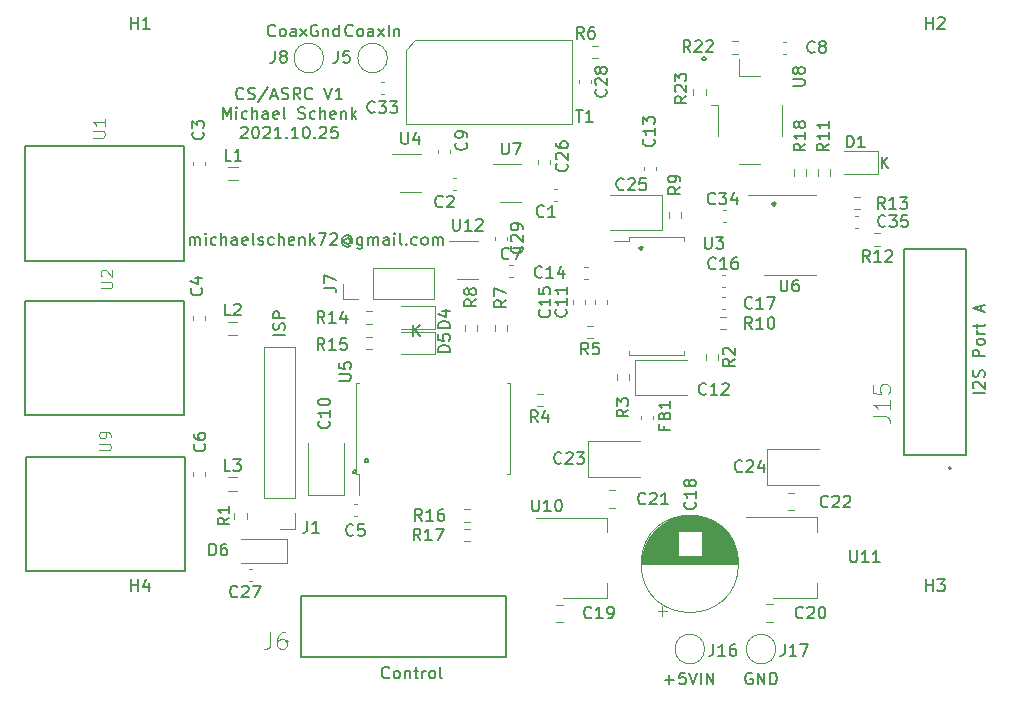
<source format=gbr>
G04 #@! TF.GenerationSoftware,KiCad,Pcbnew,(5.1.10-0-10_14)*
G04 #@! TF.CreationDate,2021-10-25T19:36:00+02:00*
G04 #@! TF.ProjectId,spdif_recv_cs,73706469-665f-4726-9563-765f63732e6b,rev?*
G04 #@! TF.SameCoordinates,Original*
G04 #@! TF.FileFunction,Legend,Top*
G04 #@! TF.FilePolarity,Positive*
%FSLAX46Y46*%
G04 Gerber Fmt 4.6, Leading zero omitted, Abs format (unit mm)*
G04 Created by KiCad (PCBNEW (5.1.10-0-10_14)) date 2021-10-25 19:36:00*
%MOMM*%
%LPD*%
G01*
G04 APERTURE LIST*
%ADD10C,0.150000*%
%ADD11C,0.127000*%
%ADD12C,0.120000*%
%ADD13C,0.200000*%
%ADD14C,0.015000*%
G04 APERTURE END LIST*
D10*
X132842000Y-94257880D02*
X132746761Y-94305500D01*
X132699142Y-94400738D01*
X132746761Y-94495976D01*
X132842000Y-94543595D01*
X132937238Y-94495976D01*
X132984857Y-94400738D01*
X132937238Y-94305500D01*
X132842000Y-94257880D01*
X156083000Y-76287380D02*
X155987761Y-76335000D01*
X155940142Y-76430238D01*
X155987761Y-76525476D01*
X156083000Y-76573095D01*
X156178238Y-76525476D01*
X156225857Y-76430238D01*
X156178238Y-76335000D01*
X156083000Y-76287380D01*
X167322500Y-72540880D02*
X167227261Y-72588500D01*
X167179642Y-72683738D01*
X167227261Y-72778976D01*
X167322500Y-72826595D01*
X167417738Y-72778976D01*
X167465357Y-72683738D01*
X167417738Y-72588500D01*
X167322500Y-72540880D01*
X161417000Y-60221880D02*
X161321761Y-60269500D01*
X161274142Y-60364738D01*
X161321761Y-60459976D01*
X161417000Y-60507595D01*
X161512238Y-60459976D01*
X161559857Y-60364738D01*
X161512238Y-60269500D01*
X161417000Y-60221880D01*
X176458595Y-69667380D02*
X176458595Y-68667380D01*
X177030023Y-69667380D02*
X176601452Y-69095952D01*
X177030023Y-68667380D02*
X176458595Y-69238809D01*
X125103238Y-58396142D02*
X125055619Y-58443761D01*
X124912761Y-58491380D01*
X124817523Y-58491380D01*
X124674666Y-58443761D01*
X124579428Y-58348523D01*
X124531809Y-58253285D01*
X124484190Y-58062809D01*
X124484190Y-57919952D01*
X124531809Y-57729476D01*
X124579428Y-57634238D01*
X124674666Y-57539000D01*
X124817523Y-57491380D01*
X124912761Y-57491380D01*
X125055619Y-57539000D01*
X125103238Y-57586619D01*
X125674666Y-58491380D02*
X125579428Y-58443761D01*
X125531809Y-58396142D01*
X125484190Y-58300904D01*
X125484190Y-58015190D01*
X125531809Y-57919952D01*
X125579428Y-57872333D01*
X125674666Y-57824714D01*
X125817523Y-57824714D01*
X125912761Y-57872333D01*
X125960380Y-57919952D01*
X126008000Y-58015190D01*
X126008000Y-58300904D01*
X125960380Y-58396142D01*
X125912761Y-58443761D01*
X125817523Y-58491380D01*
X125674666Y-58491380D01*
X126865142Y-58491380D02*
X126865142Y-57967571D01*
X126817523Y-57872333D01*
X126722285Y-57824714D01*
X126531809Y-57824714D01*
X126436571Y-57872333D01*
X126865142Y-58443761D02*
X126769904Y-58491380D01*
X126531809Y-58491380D01*
X126436571Y-58443761D01*
X126388952Y-58348523D01*
X126388952Y-58253285D01*
X126436571Y-58158047D01*
X126531809Y-58110428D01*
X126769904Y-58110428D01*
X126865142Y-58062809D01*
X127246095Y-58491380D02*
X127769904Y-57824714D01*
X127246095Y-57824714D02*
X127769904Y-58491380D01*
X128674666Y-57539000D02*
X128579428Y-57491380D01*
X128436571Y-57491380D01*
X128293714Y-57539000D01*
X128198476Y-57634238D01*
X128150857Y-57729476D01*
X128103238Y-57919952D01*
X128103238Y-58062809D01*
X128150857Y-58253285D01*
X128198476Y-58348523D01*
X128293714Y-58443761D01*
X128436571Y-58491380D01*
X128531809Y-58491380D01*
X128674666Y-58443761D01*
X128722285Y-58396142D01*
X128722285Y-58062809D01*
X128531809Y-58062809D01*
X129150857Y-57824714D02*
X129150857Y-58491380D01*
X129150857Y-57919952D02*
X129198476Y-57872333D01*
X129293714Y-57824714D01*
X129436571Y-57824714D01*
X129531809Y-57872333D01*
X129579428Y-57967571D01*
X129579428Y-58491380D01*
X130484190Y-58491380D02*
X130484190Y-57491380D01*
X130484190Y-58443761D02*
X130388952Y-58491380D01*
X130198476Y-58491380D01*
X130103238Y-58443761D01*
X130055619Y-58396142D01*
X130008000Y-58300904D01*
X130008000Y-58015190D01*
X130055619Y-57919952D01*
X130103238Y-57872333D01*
X130198476Y-57824714D01*
X130388952Y-57824714D01*
X130484190Y-57872333D01*
X134747238Y-112752142D02*
X134699619Y-112799761D01*
X134556761Y-112847380D01*
X134461523Y-112847380D01*
X134318666Y-112799761D01*
X134223428Y-112704523D01*
X134175809Y-112609285D01*
X134128190Y-112418809D01*
X134128190Y-112275952D01*
X134175809Y-112085476D01*
X134223428Y-111990238D01*
X134318666Y-111895000D01*
X134461523Y-111847380D01*
X134556761Y-111847380D01*
X134699619Y-111895000D01*
X134747238Y-111942619D01*
X135318666Y-112847380D02*
X135223428Y-112799761D01*
X135175809Y-112752142D01*
X135128190Y-112656904D01*
X135128190Y-112371190D01*
X135175809Y-112275952D01*
X135223428Y-112228333D01*
X135318666Y-112180714D01*
X135461523Y-112180714D01*
X135556761Y-112228333D01*
X135604380Y-112275952D01*
X135652000Y-112371190D01*
X135652000Y-112656904D01*
X135604380Y-112752142D01*
X135556761Y-112799761D01*
X135461523Y-112847380D01*
X135318666Y-112847380D01*
X136080571Y-112180714D02*
X136080571Y-112847380D01*
X136080571Y-112275952D02*
X136128190Y-112228333D01*
X136223428Y-112180714D01*
X136366285Y-112180714D01*
X136461523Y-112228333D01*
X136509142Y-112323571D01*
X136509142Y-112847380D01*
X136842476Y-112180714D02*
X137223428Y-112180714D01*
X136985333Y-111847380D02*
X136985333Y-112704523D01*
X137032952Y-112799761D01*
X137128190Y-112847380D01*
X137223428Y-112847380D01*
X137556761Y-112847380D02*
X137556761Y-112180714D01*
X137556761Y-112371190D02*
X137604380Y-112275952D01*
X137652000Y-112228333D01*
X137747238Y-112180714D01*
X137842476Y-112180714D01*
X138318666Y-112847380D02*
X138223428Y-112799761D01*
X138175809Y-112752142D01*
X138128190Y-112656904D01*
X138128190Y-112371190D01*
X138175809Y-112275952D01*
X138223428Y-112228333D01*
X138318666Y-112180714D01*
X138461523Y-112180714D01*
X138556761Y-112228333D01*
X138604380Y-112275952D01*
X138652000Y-112371190D01*
X138652000Y-112656904D01*
X138604380Y-112752142D01*
X138556761Y-112799761D01*
X138461523Y-112847380D01*
X138318666Y-112847380D01*
X139223428Y-112847380D02*
X139128190Y-112799761D01*
X139080571Y-112704523D01*
X139080571Y-111847380D01*
X131659523Y-58396142D02*
X131611904Y-58443761D01*
X131469047Y-58491380D01*
X131373809Y-58491380D01*
X131230952Y-58443761D01*
X131135714Y-58348523D01*
X131088095Y-58253285D01*
X131040476Y-58062809D01*
X131040476Y-57919952D01*
X131088095Y-57729476D01*
X131135714Y-57634238D01*
X131230952Y-57539000D01*
X131373809Y-57491380D01*
X131469047Y-57491380D01*
X131611904Y-57539000D01*
X131659523Y-57586619D01*
X132230952Y-58491380D02*
X132135714Y-58443761D01*
X132088095Y-58396142D01*
X132040476Y-58300904D01*
X132040476Y-58015190D01*
X132088095Y-57919952D01*
X132135714Y-57872333D01*
X132230952Y-57824714D01*
X132373809Y-57824714D01*
X132469047Y-57872333D01*
X132516666Y-57919952D01*
X132564285Y-58015190D01*
X132564285Y-58300904D01*
X132516666Y-58396142D01*
X132469047Y-58443761D01*
X132373809Y-58491380D01*
X132230952Y-58491380D01*
X133421428Y-58491380D02*
X133421428Y-57967571D01*
X133373809Y-57872333D01*
X133278571Y-57824714D01*
X133088095Y-57824714D01*
X132992857Y-57872333D01*
X133421428Y-58443761D02*
X133326190Y-58491380D01*
X133088095Y-58491380D01*
X132992857Y-58443761D01*
X132945238Y-58348523D01*
X132945238Y-58253285D01*
X132992857Y-58158047D01*
X133088095Y-58110428D01*
X133326190Y-58110428D01*
X133421428Y-58062809D01*
X133802380Y-58491380D02*
X134326190Y-57824714D01*
X133802380Y-57824714D02*
X134326190Y-58491380D01*
X134707142Y-58491380D02*
X134707142Y-57491380D01*
X135183333Y-57824714D02*
X135183333Y-58491380D01*
X135183333Y-57919952D02*
X135230952Y-57872333D01*
X135326190Y-57824714D01*
X135469047Y-57824714D01*
X135564285Y-57872333D01*
X135611904Y-57967571D01*
X135611904Y-58491380D01*
X136771095Y-83891380D02*
X136771095Y-82891380D01*
X137342523Y-83891380D02*
X136913952Y-83319952D01*
X137342523Y-82891380D02*
X136771095Y-83462809D01*
X131826000Y-95210380D02*
X131730761Y-95258000D01*
X131683142Y-95353238D01*
X131730761Y-95448476D01*
X131826000Y-95496095D01*
X131921238Y-95448476D01*
X131968857Y-95353238D01*
X131921238Y-95258000D01*
X131826000Y-95210380D01*
X125928380Y-83780190D02*
X124928380Y-83780190D01*
X125880761Y-83351619D02*
X125928380Y-83208761D01*
X125928380Y-82970666D01*
X125880761Y-82875428D01*
X125833142Y-82827809D01*
X125737904Y-82780190D01*
X125642666Y-82780190D01*
X125547428Y-82827809D01*
X125499809Y-82875428D01*
X125452190Y-82970666D01*
X125404571Y-83161142D01*
X125356952Y-83256380D01*
X125309333Y-83304000D01*
X125214095Y-83351619D01*
X125118857Y-83351619D01*
X125023619Y-83304000D01*
X124976000Y-83256380D01*
X124928380Y-83161142D01*
X124928380Y-82923047D01*
X124976000Y-82780190D01*
X125928380Y-82351619D02*
X124928380Y-82351619D01*
X124928380Y-81970666D01*
X124976000Y-81875428D01*
X125023619Y-81827809D01*
X125118857Y-81780190D01*
X125261714Y-81780190D01*
X125356952Y-81827809D01*
X125404571Y-81875428D01*
X125452190Y-81970666D01*
X125452190Y-82351619D01*
X185173880Y-88716976D02*
X184173880Y-88716976D01*
X184269119Y-88288404D02*
X184221500Y-88240785D01*
X184173880Y-88145547D01*
X184173880Y-87907452D01*
X184221500Y-87812214D01*
X184269119Y-87764595D01*
X184364357Y-87716976D01*
X184459595Y-87716976D01*
X184602452Y-87764595D01*
X185173880Y-88336023D01*
X185173880Y-87716976D01*
X185126261Y-87336023D02*
X185173880Y-87193166D01*
X185173880Y-86955071D01*
X185126261Y-86859833D01*
X185078642Y-86812214D01*
X184983404Y-86764595D01*
X184888166Y-86764595D01*
X184792928Y-86812214D01*
X184745309Y-86859833D01*
X184697690Y-86955071D01*
X184650071Y-87145547D01*
X184602452Y-87240785D01*
X184554833Y-87288404D01*
X184459595Y-87336023D01*
X184364357Y-87336023D01*
X184269119Y-87288404D01*
X184221500Y-87240785D01*
X184173880Y-87145547D01*
X184173880Y-86907452D01*
X184221500Y-86764595D01*
X185173880Y-85574119D02*
X184173880Y-85574119D01*
X184173880Y-85193166D01*
X184221500Y-85097928D01*
X184269119Y-85050309D01*
X184364357Y-85002690D01*
X184507214Y-85002690D01*
X184602452Y-85050309D01*
X184650071Y-85097928D01*
X184697690Y-85193166D01*
X184697690Y-85574119D01*
X185173880Y-84431261D02*
X185126261Y-84526500D01*
X185078642Y-84574119D01*
X184983404Y-84621738D01*
X184697690Y-84621738D01*
X184602452Y-84574119D01*
X184554833Y-84526500D01*
X184507214Y-84431261D01*
X184507214Y-84288404D01*
X184554833Y-84193166D01*
X184602452Y-84145547D01*
X184697690Y-84097928D01*
X184983404Y-84097928D01*
X185078642Y-84145547D01*
X185126261Y-84193166D01*
X185173880Y-84288404D01*
X185173880Y-84431261D01*
X185173880Y-83669357D02*
X184507214Y-83669357D01*
X184697690Y-83669357D02*
X184602452Y-83621738D01*
X184554833Y-83574119D01*
X184507214Y-83478880D01*
X184507214Y-83383642D01*
X184507214Y-83193166D02*
X184507214Y-82812214D01*
X184173880Y-83050309D02*
X185031023Y-83050309D01*
X185126261Y-83002690D01*
X185173880Y-82907452D01*
X185173880Y-82812214D01*
X184888166Y-81764595D02*
X184888166Y-81288404D01*
X185173880Y-81859833D02*
X184173880Y-81526500D01*
X185173880Y-81193166D01*
X158099380Y-112974428D02*
X158861285Y-112974428D01*
X158480333Y-113355380D02*
X158480333Y-112593476D01*
X159813666Y-112355380D02*
X159337476Y-112355380D01*
X159289857Y-112831571D01*
X159337476Y-112783952D01*
X159432714Y-112736333D01*
X159670809Y-112736333D01*
X159766047Y-112783952D01*
X159813666Y-112831571D01*
X159861285Y-112926809D01*
X159861285Y-113164904D01*
X159813666Y-113260142D01*
X159766047Y-113307761D01*
X159670809Y-113355380D01*
X159432714Y-113355380D01*
X159337476Y-113307761D01*
X159289857Y-113260142D01*
X160147000Y-112355380D02*
X160480333Y-113355380D01*
X160813666Y-112355380D01*
X161147000Y-113355380D02*
X161147000Y-112355380D01*
X161623190Y-113355380D02*
X161623190Y-112355380D01*
X162194619Y-113355380D01*
X162194619Y-112355380D01*
X165481095Y-112403000D02*
X165385857Y-112355380D01*
X165243000Y-112355380D01*
X165100142Y-112403000D01*
X165004904Y-112498238D01*
X164957285Y-112593476D01*
X164909666Y-112783952D01*
X164909666Y-112926809D01*
X164957285Y-113117285D01*
X165004904Y-113212523D01*
X165100142Y-113307761D01*
X165243000Y-113355380D01*
X165338238Y-113355380D01*
X165481095Y-113307761D01*
X165528714Y-113260142D01*
X165528714Y-112926809D01*
X165338238Y-112926809D01*
X165957285Y-113355380D02*
X165957285Y-112355380D01*
X166528714Y-113355380D01*
X166528714Y-112355380D01*
X167004904Y-113355380D02*
X167004904Y-112355380D01*
X167243000Y-112355380D01*
X167385857Y-112403000D01*
X167481095Y-112498238D01*
X167528714Y-112593476D01*
X167576333Y-112783952D01*
X167576333Y-112926809D01*
X167528714Y-113117285D01*
X167481095Y-113212523D01*
X167385857Y-113307761D01*
X167243000Y-113355380D01*
X167004904Y-113355380D01*
X117873214Y-76144380D02*
X117873214Y-75477714D01*
X117873214Y-75572952D02*
X117920833Y-75525333D01*
X118016071Y-75477714D01*
X118158928Y-75477714D01*
X118254166Y-75525333D01*
X118301785Y-75620571D01*
X118301785Y-76144380D01*
X118301785Y-75620571D02*
X118349404Y-75525333D01*
X118444642Y-75477714D01*
X118587500Y-75477714D01*
X118682738Y-75525333D01*
X118730357Y-75620571D01*
X118730357Y-76144380D01*
X119206547Y-76144380D02*
X119206547Y-75477714D01*
X119206547Y-75144380D02*
X119158928Y-75192000D01*
X119206547Y-75239619D01*
X119254166Y-75192000D01*
X119206547Y-75144380D01*
X119206547Y-75239619D01*
X120111309Y-76096761D02*
X120016071Y-76144380D01*
X119825595Y-76144380D01*
X119730357Y-76096761D01*
X119682738Y-76049142D01*
X119635119Y-75953904D01*
X119635119Y-75668190D01*
X119682738Y-75572952D01*
X119730357Y-75525333D01*
X119825595Y-75477714D01*
X120016071Y-75477714D01*
X120111309Y-75525333D01*
X120539880Y-76144380D02*
X120539880Y-75144380D01*
X120968452Y-76144380D02*
X120968452Y-75620571D01*
X120920833Y-75525333D01*
X120825595Y-75477714D01*
X120682738Y-75477714D01*
X120587500Y-75525333D01*
X120539880Y-75572952D01*
X121873214Y-76144380D02*
X121873214Y-75620571D01*
X121825595Y-75525333D01*
X121730357Y-75477714D01*
X121539880Y-75477714D01*
X121444642Y-75525333D01*
X121873214Y-76096761D02*
X121777976Y-76144380D01*
X121539880Y-76144380D01*
X121444642Y-76096761D01*
X121397023Y-76001523D01*
X121397023Y-75906285D01*
X121444642Y-75811047D01*
X121539880Y-75763428D01*
X121777976Y-75763428D01*
X121873214Y-75715809D01*
X122730357Y-76096761D02*
X122635119Y-76144380D01*
X122444642Y-76144380D01*
X122349404Y-76096761D01*
X122301785Y-76001523D01*
X122301785Y-75620571D01*
X122349404Y-75525333D01*
X122444642Y-75477714D01*
X122635119Y-75477714D01*
X122730357Y-75525333D01*
X122777976Y-75620571D01*
X122777976Y-75715809D01*
X122301785Y-75811047D01*
X123349404Y-76144380D02*
X123254166Y-76096761D01*
X123206547Y-76001523D01*
X123206547Y-75144380D01*
X123682738Y-76096761D02*
X123777976Y-76144380D01*
X123968452Y-76144380D01*
X124063690Y-76096761D01*
X124111309Y-76001523D01*
X124111309Y-75953904D01*
X124063690Y-75858666D01*
X123968452Y-75811047D01*
X123825595Y-75811047D01*
X123730357Y-75763428D01*
X123682738Y-75668190D01*
X123682738Y-75620571D01*
X123730357Y-75525333D01*
X123825595Y-75477714D01*
X123968452Y-75477714D01*
X124063690Y-75525333D01*
X124968452Y-76096761D02*
X124873214Y-76144380D01*
X124682738Y-76144380D01*
X124587500Y-76096761D01*
X124539880Y-76049142D01*
X124492261Y-75953904D01*
X124492261Y-75668190D01*
X124539880Y-75572952D01*
X124587500Y-75525333D01*
X124682738Y-75477714D01*
X124873214Y-75477714D01*
X124968452Y-75525333D01*
X125397023Y-76144380D02*
X125397023Y-75144380D01*
X125825595Y-76144380D02*
X125825595Y-75620571D01*
X125777976Y-75525333D01*
X125682738Y-75477714D01*
X125539880Y-75477714D01*
X125444642Y-75525333D01*
X125397023Y-75572952D01*
X126682738Y-76096761D02*
X126587500Y-76144380D01*
X126397023Y-76144380D01*
X126301785Y-76096761D01*
X126254166Y-76001523D01*
X126254166Y-75620571D01*
X126301785Y-75525333D01*
X126397023Y-75477714D01*
X126587500Y-75477714D01*
X126682738Y-75525333D01*
X126730357Y-75620571D01*
X126730357Y-75715809D01*
X126254166Y-75811047D01*
X127158928Y-75477714D02*
X127158928Y-76144380D01*
X127158928Y-75572952D02*
X127206547Y-75525333D01*
X127301785Y-75477714D01*
X127444642Y-75477714D01*
X127539880Y-75525333D01*
X127587500Y-75620571D01*
X127587500Y-76144380D01*
X128063690Y-76144380D02*
X128063690Y-75144380D01*
X128158928Y-75763428D02*
X128444642Y-76144380D01*
X128444642Y-75477714D02*
X128063690Y-75858666D01*
X128777976Y-75144380D02*
X129444642Y-75144380D01*
X129016071Y-76144380D01*
X129777976Y-75239619D02*
X129825595Y-75192000D01*
X129920833Y-75144380D01*
X130158928Y-75144380D01*
X130254166Y-75192000D01*
X130301785Y-75239619D01*
X130349404Y-75334857D01*
X130349404Y-75430095D01*
X130301785Y-75572952D01*
X129730357Y-76144380D01*
X130349404Y-76144380D01*
X131397023Y-75668190D02*
X131349404Y-75620571D01*
X131254166Y-75572952D01*
X131158928Y-75572952D01*
X131063690Y-75620571D01*
X131016071Y-75668190D01*
X130968452Y-75763428D01*
X130968452Y-75858666D01*
X131016071Y-75953904D01*
X131063690Y-76001523D01*
X131158928Y-76049142D01*
X131254166Y-76049142D01*
X131349404Y-76001523D01*
X131397023Y-75953904D01*
X131397023Y-75572952D02*
X131397023Y-75953904D01*
X131444642Y-76001523D01*
X131492261Y-76001523D01*
X131587500Y-75953904D01*
X131635119Y-75858666D01*
X131635119Y-75620571D01*
X131539880Y-75477714D01*
X131397023Y-75382476D01*
X131206547Y-75334857D01*
X131016071Y-75382476D01*
X130873214Y-75477714D01*
X130777976Y-75620571D01*
X130730357Y-75811047D01*
X130777976Y-76001523D01*
X130873214Y-76144380D01*
X131016071Y-76239619D01*
X131206547Y-76287238D01*
X131397023Y-76239619D01*
X131539880Y-76144380D01*
X132492261Y-75477714D02*
X132492261Y-76287238D01*
X132444642Y-76382476D01*
X132397023Y-76430095D01*
X132301785Y-76477714D01*
X132158928Y-76477714D01*
X132063690Y-76430095D01*
X132492261Y-76096761D02*
X132397023Y-76144380D01*
X132206547Y-76144380D01*
X132111309Y-76096761D01*
X132063690Y-76049142D01*
X132016071Y-75953904D01*
X132016071Y-75668190D01*
X132063690Y-75572952D01*
X132111309Y-75525333D01*
X132206547Y-75477714D01*
X132397023Y-75477714D01*
X132492261Y-75525333D01*
X132968452Y-76144380D02*
X132968452Y-75477714D01*
X132968452Y-75572952D02*
X133016071Y-75525333D01*
X133111309Y-75477714D01*
X133254166Y-75477714D01*
X133349404Y-75525333D01*
X133397023Y-75620571D01*
X133397023Y-76144380D01*
X133397023Y-75620571D02*
X133444642Y-75525333D01*
X133539880Y-75477714D01*
X133682738Y-75477714D01*
X133777976Y-75525333D01*
X133825595Y-75620571D01*
X133825595Y-76144380D01*
X134730357Y-76144380D02*
X134730357Y-75620571D01*
X134682738Y-75525333D01*
X134587500Y-75477714D01*
X134397023Y-75477714D01*
X134301785Y-75525333D01*
X134730357Y-76096761D02*
X134635119Y-76144380D01*
X134397023Y-76144380D01*
X134301785Y-76096761D01*
X134254166Y-76001523D01*
X134254166Y-75906285D01*
X134301785Y-75811047D01*
X134397023Y-75763428D01*
X134635119Y-75763428D01*
X134730357Y-75715809D01*
X135206547Y-76144380D02*
X135206547Y-75477714D01*
X135206547Y-75144380D02*
X135158928Y-75192000D01*
X135206547Y-75239619D01*
X135254166Y-75192000D01*
X135206547Y-75144380D01*
X135206547Y-75239619D01*
X135825595Y-76144380D02*
X135730357Y-76096761D01*
X135682738Y-76001523D01*
X135682738Y-75144380D01*
X136206547Y-76049142D02*
X136254166Y-76096761D01*
X136206547Y-76144380D01*
X136158928Y-76096761D01*
X136206547Y-76049142D01*
X136206547Y-76144380D01*
X137111309Y-76096761D02*
X137016071Y-76144380D01*
X136825595Y-76144380D01*
X136730357Y-76096761D01*
X136682738Y-76049142D01*
X136635119Y-75953904D01*
X136635119Y-75668190D01*
X136682738Y-75572952D01*
X136730357Y-75525333D01*
X136825595Y-75477714D01*
X137016071Y-75477714D01*
X137111309Y-75525333D01*
X137682738Y-76144380D02*
X137587500Y-76096761D01*
X137539880Y-76049142D01*
X137492261Y-75953904D01*
X137492261Y-75668190D01*
X137539880Y-75572952D01*
X137587500Y-75525333D01*
X137682738Y-75477714D01*
X137825595Y-75477714D01*
X137920833Y-75525333D01*
X137968452Y-75572952D01*
X138016071Y-75668190D01*
X138016071Y-75953904D01*
X137968452Y-76049142D01*
X137920833Y-76096761D01*
X137825595Y-76144380D01*
X137682738Y-76144380D01*
X138444642Y-76144380D02*
X138444642Y-75477714D01*
X138444642Y-75572952D02*
X138492261Y-75525333D01*
X138587500Y-75477714D01*
X138730357Y-75477714D01*
X138825595Y-75525333D01*
X138873214Y-75620571D01*
X138873214Y-76144380D01*
X138873214Y-75620571D02*
X138920833Y-75525333D01*
X139016071Y-75477714D01*
X139158928Y-75477714D01*
X139254166Y-75525333D01*
X139301785Y-75620571D01*
X139301785Y-76144380D01*
X122420547Y-63731142D02*
X122372928Y-63778761D01*
X122230071Y-63826380D01*
X122134833Y-63826380D01*
X121991976Y-63778761D01*
X121896738Y-63683523D01*
X121849119Y-63588285D01*
X121801500Y-63397809D01*
X121801500Y-63254952D01*
X121849119Y-63064476D01*
X121896738Y-62969238D01*
X121991976Y-62874000D01*
X122134833Y-62826380D01*
X122230071Y-62826380D01*
X122372928Y-62874000D01*
X122420547Y-62921619D01*
X122801500Y-63778761D02*
X122944357Y-63826380D01*
X123182452Y-63826380D01*
X123277690Y-63778761D01*
X123325309Y-63731142D01*
X123372928Y-63635904D01*
X123372928Y-63540666D01*
X123325309Y-63445428D01*
X123277690Y-63397809D01*
X123182452Y-63350190D01*
X122991976Y-63302571D01*
X122896738Y-63254952D01*
X122849119Y-63207333D01*
X122801500Y-63112095D01*
X122801500Y-63016857D01*
X122849119Y-62921619D01*
X122896738Y-62874000D01*
X122991976Y-62826380D01*
X123230071Y-62826380D01*
X123372928Y-62874000D01*
X124515785Y-62778761D02*
X123658642Y-64064476D01*
X124801500Y-63540666D02*
X125277690Y-63540666D01*
X124706261Y-63826380D02*
X125039595Y-62826380D01*
X125372928Y-63826380D01*
X125658642Y-63778761D02*
X125801500Y-63826380D01*
X126039595Y-63826380D01*
X126134833Y-63778761D01*
X126182452Y-63731142D01*
X126230071Y-63635904D01*
X126230071Y-63540666D01*
X126182452Y-63445428D01*
X126134833Y-63397809D01*
X126039595Y-63350190D01*
X125849119Y-63302571D01*
X125753880Y-63254952D01*
X125706261Y-63207333D01*
X125658642Y-63112095D01*
X125658642Y-63016857D01*
X125706261Y-62921619D01*
X125753880Y-62874000D01*
X125849119Y-62826380D01*
X126087214Y-62826380D01*
X126230071Y-62874000D01*
X127230071Y-63826380D02*
X126896738Y-63350190D01*
X126658642Y-63826380D02*
X126658642Y-62826380D01*
X127039595Y-62826380D01*
X127134833Y-62874000D01*
X127182452Y-62921619D01*
X127230071Y-63016857D01*
X127230071Y-63159714D01*
X127182452Y-63254952D01*
X127134833Y-63302571D01*
X127039595Y-63350190D01*
X126658642Y-63350190D01*
X128230071Y-63731142D02*
X128182452Y-63778761D01*
X128039595Y-63826380D01*
X127944357Y-63826380D01*
X127801500Y-63778761D01*
X127706261Y-63683523D01*
X127658642Y-63588285D01*
X127611023Y-63397809D01*
X127611023Y-63254952D01*
X127658642Y-63064476D01*
X127706261Y-62969238D01*
X127801500Y-62874000D01*
X127944357Y-62826380D01*
X128039595Y-62826380D01*
X128182452Y-62874000D01*
X128230071Y-62921619D01*
X129277690Y-62826380D02*
X129611023Y-63826380D01*
X129944357Y-62826380D01*
X130801500Y-63826380D02*
X130230071Y-63826380D01*
X130515785Y-63826380D02*
X130515785Y-62826380D01*
X130420547Y-62969238D01*
X130325309Y-63064476D01*
X130230071Y-63112095D01*
X120682452Y-65476380D02*
X120682452Y-64476380D01*
X121015785Y-65190666D01*
X121349119Y-64476380D01*
X121349119Y-65476380D01*
X121825309Y-65476380D02*
X121825309Y-64809714D01*
X121825309Y-64476380D02*
X121777690Y-64524000D01*
X121825309Y-64571619D01*
X121872928Y-64524000D01*
X121825309Y-64476380D01*
X121825309Y-64571619D01*
X122730071Y-65428761D02*
X122634833Y-65476380D01*
X122444357Y-65476380D01*
X122349119Y-65428761D01*
X122301500Y-65381142D01*
X122253880Y-65285904D01*
X122253880Y-65000190D01*
X122301500Y-64904952D01*
X122349119Y-64857333D01*
X122444357Y-64809714D01*
X122634833Y-64809714D01*
X122730071Y-64857333D01*
X123158642Y-65476380D02*
X123158642Y-64476380D01*
X123587214Y-65476380D02*
X123587214Y-64952571D01*
X123539595Y-64857333D01*
X123444357Y-64809714D01*
X123301500Y-64809714D01*
X123206261Y-64857333D01*
X123158642Y-64904952D01*
X124491976Y-65476380D02*
X124491976Y-64952571D01*
X124444357Y-64857333D01*
X124349119Y-64809714D01*
X124158642Y-64809714D01*
X124063404Y-64857333D01*
X124491976Y-65428761D02*
X124396738Y-65476380D01*
X124158642Y-65476380D01*
X124063404Y-65428761D01*
X124015785Y-65333523D01*
X124015785Y-65238285D01*
X124063404Y-65143047D01*
X124158642Y-65095428D01*
X124396738Y-65095428D01*
X124491976Y-65047809D01*
X125349119Y-65428761D02*
X125253880Y-65476380D01*
X125063404Y-65476380D01*
X124968166Y-65428761D01*
X124920547Y-65333523D01*
X124920547Y-64952571D01*
X124968166Y-64857333D01*
X125063404Y-64809714D01*
X125253880Y-64809714D01*
X125349119Y-64857333D01*
X125396738Y-64952571D01*
X125396738Y-65047809D01*
X124920547Y-65143047D01*
X125968166Y-65476380D02*
X125872928Y-65428761D01*
X125825309Y-65333523D01*
X125825309Y-64476380D01*
X127063404Y-65428761D02*
X127206261Y-65476380D01*
X127444357Y-65476380D01*
X127539595Y-65428761D01*
X127587214Y-65381142D01*
X127634833Y-65285904D01*
X127634833Y-65190666D01*
X127587214Y-65095428D01*
X127539595Y-65047809D01*
X127444357Y-65000190D01*
X127253880Y-64952571D01*
X127158642Y-64904952D01*
X127111023Y-64857333D01*
X127063404Y-64762095D01*
X127063404Y-64666857D01*
X127111023Y-64571619D01*
X127158642Y-64524000D01*
X127253880Y-64476380D01*
X127491976Y-64476380D01*
X127634833Y-64524000D01*
X128491976Y-65428761D02*
X128396738Y-65476380D01*
X128206261Y-65476380D01*
X128111023Y-65428761D01*
X128063404Y-65381142D01*
X128015785Y-65285904D01*
X128015785Y-65000190D01*
X128063404Y-64904952D01*
X128111023Y-64857333D01*
X128206261Y-64809714D01*
X128396738Y-64809714D01*
X128491976Y-64857333D01*
X128920547Y-65476380D02*
X128920547Y-64476380D01*
X129349119Y-65476380D02*
X129349119Y-64952571D01*
X129301500Y-64857333D01*
X129206261Y-64809714D01*
X129063404Y-64809714D01*
X128968166Y-64857333D01*
X128920547Y-64904952D01*
X130206261Y-65428761D02*
X130111023Y-65476380D01*
X129920547Y-65476380D01*
X129825309Y-65428761D01*
X129777690Y-65333523D01*
X129777690Y-64952571D01*
X129825309Y-64857333D01*
X129920547Y-64809714D01*
X130111023Y-64809714D01*
X130206261Y-64857333D01*
X130253880Y-64952571D01*
X130253880Y-65047809D01*
X129777690Y-65143047D01*
X130682452Y-64809714D02*
X130682452Y-65476380D01*
X130682452Y-64904952D02*
X130730071Y-64857333D01*
X130825309Y-64809714D01*
X130968166Y-64809714D01*
X131063404Y-64857333D01*
X131111023Y-64952571D01*
X131111023Y-65476380D01*
X131587214Y-65476380D02*
X131587214Y-64476380D01*
X131682452Y-65095428D02*
X131968166Y-65476380D01*
X131968166Y-64809714D02*
X131587214Y-65190666D01*
X122206261Y-66221619D02*
X122253880Y-66174000D01*
X122349119Y-66126380D01*
X122587214Y-66126380D01*
X122682452Y-66174000D01*
X122730071Y-66221619D01*
X122777690Y-66316857D01*
X122777690Y-66412095D01*
X122730071Y-66554952D01*
X122158642Y-67126380D01*
X122777690Y-67126380D01*
X123396738Y-66126380D02*
X123491976Y-66126380D01*
X123587214Y-66174000D01*
X123634833Y-66221619D01*
X123682452Y-66316857D01*
X123730071Y-66507333D01*
X123730071Y-66745428D01*
X123682452Y-66935904D01*
X123634833Y-67031142D01*
X123587214Y-67078761D01*
X123491976Y-67126380D01*
X123396738Y-67126380D01*
X123301500Y-67078761D01*
X123253880Y-67031142D01*
X123206261Y-66935904D01*
X123158642Y-66745428D01*
X123158642Y-66507333D01*
X123206261Y-66316857D01*
X123253880Y-66221619D01*
X123301500Y-66174000D01*
X123396738Y-66126380D01*
X124111023Y-66221619D02*
X124158642Y-66174000D01*
X124253880Y-66126380D01*
X124491976Y-66126380D01*
X124587214Y-66174000D01*
X124634833Y-66221619D01*
X124682452Y-66316857D01*
X124682452Y-66412095D01*
X124634833Y-66554952D01*
X124063404Y-67126380D01*
X124682452Y-67126380D01*
X125634833Y-67126380D02*
X125063404Y-67126380D01*
X125349119Y-67126380D02*
X125349119Y-66126380D01*
X125253880Y-66269238D01*
X125158642Y-66364476D01*
X125063404Y-66412095D01*
X126063404Y-67031142D02*
X126111023Y-67078761D01*
X126063404Y-67126380D01*
X126015785Y-67078761D01*
X126063404Y-67031142D01*
X126063404Y-67126380D01*
X127063404Y-67126380D02*
X126491976Y-67126380D01*
X126777690Y-67126380D02*
X126777690Y-66126380D01*
X126682452Y-66269238D01*
X126587214Y-66364476D01*
X126491976Y-66412095D01*
X127682452Y-66126380D02*
X127777690Y-66126380D01*
X127872928Y-66174000D01*
X127920547Y-66221619D01*
X127968166Y-66316857D01*
X128015785Y-66507333D01*
X128015785Y-66745428D01*
X127968166Y-66935904D01*
X127920547Y-67031142D01*
X127872928Y-67078761D01*
X127777690Y-67126380D01*
X127682452Y-67126380D01*
X127587214Y-67078761D01*
X127539595Y-67031142D01*
X127491976Y-66935904D01*
X127444357Y-66745428D01*
X127444357Y-66507333D01*
X127491976Y-66316857D01*
X127539595Y-66221619D01*
X127587214Y-66174000D01*
X127682452Y-66126380D01*
X128444357Y-67031142D02*
X128491976Y-67078761D01*
X128444357Y-67126380D01*
X128396738Y-67078761D01*
X128444357Y-67031142D01*
X128444357Y-67126380D01*
X128872928Y-66221619D02*
X128920547Y-66174000D01*
X129015785Y-66126380D01*
X129253880Y-66126380D01*
X129349119Y-66174000D01*
X129396738Y-66221619D01*
X129444357Y-66316857D01*
X129444357Y-66412095D01*
X129396738Y-66554952D01*
X128825309Y-67126380D01*
X129444357Y-67126380D01*
X130349119Y-66126380D02*
X129872928Y-66126380D01*
X129825309Y-66602571D01*
X129872928Y-66554952D01*
X129968166Y-66507333D01*
X130206261Y-66507333D01*
X130301500Y-66554952D01*
X130349119Y-66602571D01*
X130396738Y-66697809D01*
X130396738Y-66935904D01*
X130349119Y-67031142D01*
X130301500Y-67078761D01*
X130206261Y-67126380D01*
X129968166Y-67126380D01*
X129872928Y-67078761D01*
X129825309Y-67031142D01*
D11*
X103968500Y-94083000D02*
X103968500Y-103783000D01*
X103968500Y-94083000D02*
X117468500Y-94083000D01*
X103968500Y-103783000D02*
X117468500Y-103783000D01*
X117468500Y-94083000D02*
X117468500Y-103783000D01*
X103905000Y-80875000D02*
X103905000Y-90575000D01*
X103905000Y-80875000D02*
X117405000Y-80875000D01*
X103905000Y-90575000D02*
X117405000Y-90575000D01*
X117405000Y-80875000D02*
X117405000Y-90575000D01*
X103905000Y-67794000D02*
X103905000Y-77494000D01*
X103905000Y-67794000D02*
X117405000Y-67794000D01*
X103905000Y-77494000D02*
X117405000Y-77494000D01*
X117405000Y-67794000D02*
X117405000Y-77494000D01*
D12*
X140495001Y-79000001D02*
X142295001Y-79000001D01*
X142295001Y-75780001D02*
X139845001Y-75780001D01*
X144154500Y-72537000D02*
X145954500Y-72537000D01*
X145954500Y-69317000D02*
X143504500Y-69317000D01*
X137445500Y-68430500D02*
X134995500Y-68430500D01*
X135645500Y-71650500D02*
X137445500Y-71650500D01*
X168724500Y-71915000D02*
X165124500Y-71915000D01*
X168724500Y-71915000D02*
X170924500Y-71915000D01*
X168724500Y-78685000D02*
X166524500Y-78685000D01*
X168724500Y-78685000D02*
X170924500Y-78685000D01*
X151830500Y-62184233D02*
X151830500Y-62476767D01*
X150810500Y-62184233D02*
X150810500Y-62476767D01*
X155101500Y-75792000D02*
X153811500Y-75792000D01*
X155101500Y-75517000D02*
X155101500Y-75792000D01*
X157411500Y-75517000D02*
X155101500Y-75517000D01*
X159721500Y-75517000D02*
X159721500Y-75792000D01*
X157411500Y-75517000D02*
X159721500Y-75517000D01*
X155101500Y-85437000D02*
X155101500Y-85162000D01*
X157411500Y-85437000D02*
X155101500Y-85437000D01*
X159721500Y-85437000D02*
X159721500Y-85162000D01*
X157411500Y-85437000D02*
X159721500Y-85437000D01*
X169022500Y-69762276D02*
X169022500Y-70271724D01*
X170067500Y-69762276D02*
X170067500Y-70271724D01*
X174585724Y-72058000D02*
X174076276Y-72058000D01*
X174585724Y-73103000D02*
X174076276Y-73103000D01*
X176340224Y-75169500D02*
X175830776Y-75169500D01*
X176340224Y-76214500D02*
X175830776Y-76214500D01*
X172099500Y-70271724D02*
X172099500Y-69762276D01*
X171054500Y-70271724D02*
X171054500Y-69762276D01*
X163282724Y-82218000D02*
X162773276Y-82218000D01*
X163282724Y-83263000D02*
X162773276Y-83263000D01*
X159463000Y-73891224D02*
X159463000Y-73381776D01*
X158418000Y-73891224D02*
X158418000Y-73381776D01*
X151486776Y-84025000D02*
X151996224Y-84025000D01*
X151486776Y-82980000D02*
X151996224Y-82980000D01*
X154036500Y-87081276D02*
X154036500Y-87590724D01*
X155081500Y-87081276D02*
X155081500Y-87590724D01*
X161593000Y-85366776D02*
X161593000Y-85876224D01*
X162638000Y-85366776D02*
X162638000Y-85876224D01*
X176158500Y-68191500D02*
X173298500Y-68191500D01*
X176158500Y-70111500D02*
X176158500Y-68191500D01*
X173298500Y-70111500D02*
X176158500Y-70111500D01*
X174198233Y-74678000D02*
X174490767Y-74678000D01*
X174198233Y-73658000D02*
X174490767Y-73658000D01*
X163277767Y-73150000D02*
X162985233Y-73150000D01*
X163277767Y-74170000D02*
X162985233Y-74170000D01*
X157855000Y-71896000D02*
X153470000Y-71896000D01*
X157855000Y-74916000D02*
X157855000Y-71896000D01*
X153470000Y-74916000D02*
X157855000Y-74916000D01*
X162895233Y-81599500D02*
X163187767Y-81599500D01*
X162895233Y-80579500D02*
X163187767Y-80579500D01*
X162895233Y-79694500D02*
X163187767Y-79694500D01*
X162895233Y-78674500D02*
X163187767Y-78674500D01*
X150302500Y-80853233D02*
X150302500Y-81145767D01*
X151322500Y-80853233D02*
X151322500Y-81145767D01*
X157355000Y-69842767D02*
X157355000Y-69550233D01*
X156335000Y-69842767D02*
X156335000Y-69550233D01*
X152144000Y-80853233D02*
X152144000Y-81145767D01*
X153164000Y-80853233D02*
X153164000Y-81145767D01*
X144924733Y-78869000D02*
X145217267Y-78869000D01*
X144924733Y-77849000D02*
X145217267Y-77849000D01*
X148671233Y-72392000D02*
X148963767Y-72392000D01*
X148671233Y-71372000D02*
X148963767Y-71372000D01*
X134066233Y-62355000D02*
X134358767Y-62355000D01*
X134066233Y-63375000D02*
X134358767Y-63375000D01*
X136171000Y-59617000D02*
X136971000Y-58817000D01*
X136971000Y-58817000D02*
X150271000Y-58817000D01*
X150271000Y-58817000D02*
X150271000Y-65897000D01*
X150271000Y-65897000D02*
X136171000Y-65897000D01*
X136171000Y-65897000D02*
X136171000Y-59617000D01*
X121072258Y-96953000D02*
X121892742Y-96953000D01*
X121072258Y-95833000D02*
X121892742Y-95833000D01*
X144718500Y-75737767D02*
X144718500Y-75445233D01*
X143698500Y-75737767D02*
X143698500Y-75445233D01*
X118171500Y-95384233D02*
X118171500Y-95676767D01*
X119191500Y-95384233D02*
X119191500Y-95676767D01*
X152464224Y-60339500D02*
X151954776Y-60339500D01*
X152464224Y-59294500D02*
X151954776Y-59294500D01*
X129203500Y-60325000D02*
G75*
G03*
X129203500Y-60325000I-1251000J0D01*
G01*
X134601000Y-60325000D02*
G75*
G03*
X134601000Y-60325000I-1251000J0D01*
G01*
D13*
X126208500Y-109728000D02*
G75*
G03*
X126208500Y-109728000I-100000J0D01*
G01*
D11*
X127253500Y-105858000D02*
X144653500Y-105858000D01*
X144653500Y-105858000D02*
X144653500Y-111058000D01*
X144653500Y-111058000D02*
X127253500Y-111058000D01*
X127253500Y-111058000D02*
X127253500Y-105858000D01*
X183553000Y-93920000D02*
X178353000Y-93920000D01*
X183553000Y-76520000D02*
X183553000Y-93920000D01*
X178353000Y-76520000D02*
X183553000Y-76520000D01*
X178353000Y-93920000D02*
X178353000Y-76520000D01*
D13*
X182323000Y-95065000D02*
G75*
G03*
X182323000Y-95065000I-100000J0D01*
G01*
D12*
X147741724Y-89803500D02*
X147232276Y-89803500D01*
X147741724Y-88758500D02*
X147232276Y-88758500D01*
X122696500Y-98828776D02*
X122696500Y-99338224D01*
X121651500Y-98828776D02*
X121651500Y-99338224D01*
X138553500Y-80768500D02*
X138553500Y-78108500D01*
X133413500Y-80768500D02*
X138553500Y-80768500D01*
X133413500Y-78108500D02*
X138553500Y-78108500D01*
X133413500Y-80768500D02*
X133413500Y-78108500D01*
X132143500Y-80768500D02*
X130813500Y-80768500D01*
X130813500Y-80768500D02*
X130813500Y-79438500D01*
X126076000Y-103044500D02*
X126076000Y-101044500D01*
X126076000Y-101044500D02*
X122176000Y-101044500D01*
X126076000Y-103044500D02*
X122176000Y-103044500D01*
X122890233Y-103604600D02*
X123182767Y-103604600D01*
X122890233Y-104624600D02*
X123182767Y-104624600D01*
X121084958Y-82650400D02*
X121905442Y-82650400D01*
X121084958Y-83770400D02*
X121905442Y-83770400D01*
X121135758Y-69544000D02*
X121956242Y-69544000D01*
X121135758Y-70664000D02*
X121956242Y-70664000D01*
X141072776Y-100188500D02*
X141582224Y-100188500D01*
X141072776Y-101233500D02*
X141582224Y-101233500D01*
X141072776Y-98537500D02*
X141582224Y-98537500D01*
X141072776Y-99582500D02*
X141582224Y-99582500D01*
X132817776Y-83932500D02*
X133327224Y-83932500D01*
X132817776Y-84977500D02*
X133327224Y-84977500D01*
X132817776Y-81773500D02*
X133327224Y-81773500D01*
X132817776Y-82818500D02*
X133327224Y-82818500D01*
X135770000Y-85415000D02*
X138630000Y-85415000D01*
X138630000Y-85415000D02*
X138630000Y-83495000D01*
X138630000Y-83495000D02*
X135770000Y-83495000D01*
X135770000Y-83256000D02*
X138630000Y-83256000D01*
X138630000Y-83256000D02*
X138630000Y-81336000D01*
X138630000Y-81336000D02*
X135770000Y-81336000D01*
X156081000Y-90621733D02*
X156081000Y-90914267D01*
X157101000Y-90621733D02*
X157101000Y-90914267D01*
X148401500Y-69260767D02*
X148401500Y-68968233D01*
X147381500Y-69260767D02*
X147381500Y-68968233D01*
X139892500Y-68371767D02*
X139892500Y-68079233D01*
X138872500Y-68371767D02*
X138872500Y-68079233D01*
X161558500Y-63460724D02*
X161558500Y-62951276D01*
X160513500Y-63460724D02*
X160513500Y-62951276D01*
X163789276Y-59958500D02*
X164298724Y-59958500D01*
X163789276Y-58913500D02*
X164298724Y-58913500D01*
X167494000Y-110363000D02*
G75*
G03*
X167494000Y-110363000I-1251000J0D01*
G01*
X161461500Y-110363000D02*
G75*
G03*
X161461500Y-110363000I-1251000J0D01*
G01*
X142191000Y-82953776D02*
X142191000Y-83463224D01*
X141146000Y-82953776D02*
X141146000Y-83463224D01*
X144731000Y-82953776D02*
X144731000Y-83463224D01*
X143686000Y-82953776D02*
X143686000Y-83463224D01*
X151556767Y-79059500D02*
X151264233Y-79059500D01*
X151556767Y-78039500D02*
X151264233Y-78039500D01*
X168102233Y-58926000D02*
X168394767Y-58926000D01*
X168102233Y-59946000D02*
X168394767Y-59946000D01*
X131743233Y-98042000D02*
X132035767Y-98042000D01*
X131743233Y-99062000D02*
X132035767Y-99062000D01*
X119128000Y-82201633D02*
X119128000Y-82494167D01*
X118108000Y-82201633D02*
X118108000Y-82494167D01*
X119128000Y-69095233D02*
X119128000Y-69387767D01*
X118108000Y-69095233D02*
X118108000Y-69387767D01*
X140454767Y-71503000D02*
X140162233Y-71503000D01*
X140454767Y-70483000D02*
X140162233Y-70483000D01*
X170985500Y-106012000D02*
X170985500Y-104752000D01*
X170985500Y-99192000D02*
X170985500Y-100452000D01*
X167225500Y-106012000D02*
X170985500Y-106012000D01*
X164975500Y-99192000D02*
X170985500Y-99192000D01*
X153205500Y-106051000D02*
X153205500Y-104791000D01*
X153205500Y-99231000D02*
X153205500Y-100491000D01*
X149445500Y-106051000D02*
X153205500Y-106051000D01*
X147195500Y-99231000D02*
X153205500Y-99231000D01*
X162586000Y-64284000D02*
X161986000Y-64284000D01*
X162586000Y-66884000D02*
X162586000Y-64284000D01*
X167986000Y-64284000D02*
X167986000Y-66884000D01*
X166186000Y-69284000D02*
X164386000Y-69284000D01*
X164386000Y-61884000D02*
X166186000Y-61884000D01*
X164386000Y-60384000D02*
X164386000Y-61884000D01*
X166757000Y-96442500D02*
X171142000Y-96442500D01*
X166757000Y-93422500D02*
X166757000Y-96442500D01*
X171142000Y-93422500D02*
X166757000Y-93422500D01*
X151569000Y-95807500D02*
X155954000Y-95807500D01*
X151569000Y-92787500D02*
X151569000Y-95807500D01*
X155954000Y-92787500D02*
X151569000Y-92787500D01*
X168543248Y-98588500D02*
X169065752Y-98588500D01*
X168543248Y-97118500D02*
X169065752Y-97118500D01*
X153366748Y-98398000D02*
X153889252Y-98398000D01*
X153366748Y-96928000D02*
X153889252Y-96928000D01*
X166701748Y-108050000D02*
X167224252Y-108050000D01*
X166701748Y-106580000D02*
X167224252Y-106580000D01*
X148921748Y-108113500D02*
X149444252Y-108113500D01*
X148921748Y-106643500D02*
X149444252Y-106643500D01*
X157495500Y-107161698D02*
X158295500Y-107161698D01*
X157895500Y-107561698D02*
X157895500Y-106761698D01*
X159677500Y-99071000D02*
X160743500Y-99071000D01*
X159442500Y-99111000D02*
X160978500Y-99111000D01*
X159262500Y-99151000D02*
X161158500Y-99151000D01*
X159112500Y-99191000D02*
X161308500Y-99191000D01*
X158981500Y-99231000D02*
X161439500Y-99231000D01*
X158864500Y-99271000D02*
X161556500Y-99271000D01*
X158757500Y-99311000D02*
X161663500Y-99311000D01*
X158658500Y-99351000D02*
X161762500Y-99351000D01*
X158565500Y-99391000D02*
X161855500Y-99391000D01*
X158479500Y-99431000D02*
X161941500Y-99431000D01*
X158397500Y-99471000D02*
X162023500Y-99471000D01*
X158320500Y-99511000D02*
X162100500Y-99511000D01*
X158246500Y-99551000D02*
X162174500Y-99551000D01*
X158176500Y-99591000D02*
X162244500Y-99591000D01*
X158108500Y-99631000D02*
X162312500Y-99631000D01*
X158044500Y-99671000D02*
X162376500Y-99671000D01*
X157982500Y-99711000D02*
X162438500Y-99711000D01*
X157923500Y-99751000D02*
X162497500Y-99751000D01*
X157865500Y-99791000D02*
X162555500Y-99791000D01*
X157810500Y-99831000D02*
X162610500Y-99831000D01*
X157756500Y-99871000D02*
X162664500Y-99871000D01*
X157705500Y-99911000D02*
X162715500Y-99911000D01*
X157654500Y-99951000D02*
X162766500Y-99951000D01*
X157606500Y-99991000D02*
X162814500Y-99991000D01*
X157559500Y-100031000D02*
X162861500Y-100031000D01*
X157513500Y-100071000D02*
X162907500Y-100071000D01*
X157469500Y-100111000D02*
X162951500Y-100111000D01*
X157426500Y-100151000D02*
X162994500Y-100151000D01*
X157384500Y-100191000D02*
X163036500Y-100191000D01*
X157343500Y-100231000D02*
X163077500Y-100231000D01*
X157303500Y-100271000D02*
X163117500Y-100271000D01*
X157265500Y-100311000D02*
X163155500Y-100311000D01*
X157227500Y-100351000D02*
X163193500Y-100351000D01*
X161250500Y-100391000D02*
X163229500Y-100391000D01*
X157191500Y-100391000D02*
X159170500Y-100391000D01*
X161250500Y-100431000D02*
X163265500Y-100431000D01*
X157155500Y-100431000D02*
X159170500Y-100431000D01*
X161250500Y-100471000D02*
X163300500Y-100471000D01*
X157120500Y-100471000D02*
X159170500Y-100471000D01*
X161250500Y-100511000D02*
X163334500Y-100511000D01*
X157086500Y-100511000D02*
X159170500Y-100511000D01*
X161250500Y-100551000D02*
X163366500Y-100551000D01*
X157054500Y-100551000D02*
X159170500Y-100551000D01*
X161250500Y-100591000D02*
X163399500Y-100591000D01*
X157021500Y-100591000D02*
X159170500Y-100591000D01*
X161250500Y-100631000D02*
X163430500Y-100631000D01*
X156990500Y-100631000D02*
X159170500Y-100631000D01*
X161250500Y-100671000D02*
X163460500Y-100671000D01*
X156960500Y-100671000D02*
X159170500Y-100671000D01*
X161250500Y-100711000D02*
X163490500Y-100711000D01*
X156930500Y-100711000D02*
X159170500Y-100711000D01*
X161250500Y-100751000D02*
X163519500Y-100751000D01*
X156901500Y-100751000D02*
X159170500Y-100751000D01*
X161250500Y-100791000D02*
X163548500Y-100791000D01*
X156872500Y-100791000D02*
X159170500Y-100791000D01*
X161250500Y-100831000D02*
X163575500Y-100831000D01*
X156845500Y-100831000D02*
X159170500Y-100831000D01*
X161250500Y-100871000D02*
X163602500Y-100871000D01*
X156818500Y-100871000D02*
X159170500Y-100871000D01*
X161250500Y-100911000D02*
X163628500Y-100911000D01*
X156792500Y-100911000D02*
X159170500Y-100911000D01*
X161250500Y-100951000D02*
X163654500Y-100951000D01*
X156766500Y-100951000D02*
X159170500Y-100951000D01*
X161250500Y-100991000D02*
X163679500Y-100991000D01*
X156741500Y-100991000D02*
X159170500Y-100991000D01*
X161250500Y-101031000D02*
X163703500Y-101031000D01*
X156717500Y-101031000D02*
X159170500Y-101031000D01*
X161250500Y-101071000D02*
X163727500Y-101071000D01*
X156693500Y-101071000D02*
X159170500Y-101071000D01*
X161250500Y-101111000D02*
X163750500Y-101111000D01*
X156670500Y-101111000D02*
X159170500Y-101111000D01*
X161250500Y-101151000D02*
X163772500Y-101151000D01*
X156648500Y-101151000D02*
X159170500Y-101151000D01*
X161250500Y-101191000D02*
X163794500Y-101191000D01*
X156626500Y-101191000D02*
X159170500Y-101191000D01*
X161250500Y-101231000D02*
X163816500Y-101231000D01*
X156604500Y-101231000D02*
X159170500Y-101231000D01*
X161250500Y-101271000D02*
X163837500Y-101271000D01*
X156583500Y-101271000D02*
X159170500Y-101271000D01*
X161250500Y-101311000D02*
X163857500Y-101311000D01*
X156563500Y-101311000D02*
X159170500Y-101311000D01*
X161250500Y-101351000D02*
X163876500Y-101351000D01*
X156544500Y-101351000D02*
X159170500Y-101351000D01*
X161250500Y-101391000D02*
X163896500Y-101391000D01*
X156524500Y-101391000D02*
X159170500Y-101391000D01*
X161250500Y-101431000D02*
X163914500Y-101431000D01*
X156506500Y-101431000D02*
X159170500Y-101431000D01*
X161250500Y-101471000D02*
X163932500Y-101471000D01*
X156488500Y-101471000D02*
X159170500Y-101471000D01*
X161250500Y-101511000D02*
X163950500Y-101511000D01*
X156470500Y-101511000D02*
X159170500Y-101511000D01*
X161250500Y-101551000D02*
X163967500Y-101551000D01*
X156453500Y-101551000D02*
X159170500Y-101551000D01*
X161250500Y-101591000D02*
X163984500Y-101591000D01*
X156436500Y-101591000D02*
X159170500Y-101591000D01*
X161250500Y-101631000D02*
X164000500Y-101631000D01*
X156420500Y-101631000D02*
X159170500Y-101631000D01*
X161250500Y-101671000D02*
X164015500Y-101671000D01*
X156405500Y-101671000D02*
X159170500Y-101671000D01*
X161250500Y-101711000D02*
X164031500Y-101711000D01*
X156389500Y-101711000D02*
X159170500Y-101711000D01*
X161250500Y-101751000D02*
X164045500Y-101751000D01*
X156375500Y-101751000D02*
X159170500Y-101751000D01*
X161250500Y-101791000D02*
X164060500Y-101791000D01*
X156360500Y-101791000D02*
X159170500Y-101791000D01*
X161250500Y-101831000D02*
X164073500Y-101831000D01*
X156347500Y-101831000D02*
X159170500Y-101831000D01*
X161250500Y-101871000D02*
X164087500Y-101871000D01*
X156333500Y-101871000D02*
X159170500Y-101871000D01*
X161250500Y-101911000D02*
X164099500Y-101911000D01*
X156321500Y-101911000D02*
X159170500Y-101911000D01*
X161250500Y-101951000D02*
X164112500Y-101951000D01*
X156308500Y-101951000D02*
X159170500Y-101951000D01*
X161250500Y-101991000D02*
X164124500Y-101991000D01*
X156296500Y-101991000D02*
X159170500Y-101991000D01*
X161250500Y-102031000D02*
X164135500Y-102031000D01*
X156285500Y-102031000D02*
X159170500Y-102031000D01*
X161250500Y-102071000D02*
X164146500Y-102071000D01*
X156274500Y-102071000D02*
X159170500Y-102071000D01*
X161250500Y-102111000D02*
X164157500Y-102111000D01*
X156263500Y-102111000D02*
X159170500Y-102111000D01*
X161250500Y-102151000D02*
X164167500Y-102151000D01*
X156253500Y-102151000D02*
X159170500Y-102151000D01*
X161250500Y-102191000D02*
X164177500Y-102191000D01*
X156243500Y-102191000D02*
X159170500Y-102191000D01*
X161250500Y-102231000D02*
X164186500Y-102231000D01*
X156234500Y-102231000D02*
X159170500Y-102231000D01*
X161250500Y-102271000D02*
X164195500Y-102271000D01*
X156225500Y-102271000D02*
X159170500Y-102271000D01*
X161250500Y-102311000D02*
X164204500Y-102311000D01*
X156216500Y-102311000D02*
X159170500Y-102311000D01*
X161250500Y-102351000D02*
X164212500Y-102351000D01*
X156208500Y-102351000D02*
X159170500Y-102351000D01*
X161250500Y-102391000D02*
X164220500Y-102391000D01*
X156200500Y-102391000D02*
X159170500Y-102391000D01*
X161250500Y-102431000D02*
X164227500Y-102431000D01*
X156193500Y-102431000D02*
X159170500Y-102431000D01*
X156186500Y-102472000D02*
X164234500Y-102472000D01*
X156180500Y-102512000D02*
X164240500Y-102512000D01*
X156173500Y-102552000D02*
X164247500Y-102552000D01*
X156168500Y-102592000D02*
X164252500Y-102592000D01*
X156162500Y-102632000D02*
X164258500Y-102632000D01*
X156158500Y-102672000D02*
X164262500Y-102672000D01*
X156153500Y-102712000D02*
X164267500Y-102712000D01*
X156149500Y-102752000D02*
X164271500Y-102752000D01*
X156145500Y-102792000D02*
X164275500Y-102792000D01*
X156142500Y-102832000D02*
X164278500Y-102832000D01*
X156139500Y-102872000D02*
X164281500Y-102872000D01*
X156136500Y-102912000D02*
X164284500Y-102912000D01*
X156134500Y-102952000D02*
X164286500Y-102952000D01*
X156133500Y-102992000D02*
X164287500Y-102992000D01*
X156131500Y-103032000D02*
X164289500Y-103032000D01*
X156130500Y-103072000D02*
X164290500Y-103072000D01*
X156130500Y-103112000D02*
X164290500Y-103112000D01*
X156130500Y-103152000D02*
X164290500Y-103152000D01*
X164330500Y-103152000D02*
G75*
G03*
X164330500Y-103152000I-4120000J0D01*
G01*
X126806000Y-84826800D02*
X124146000Y-84826800D01*
X126806000Y-97586800D02*
X126806000Y-84826800D01*
X124146000Y-97586800D02*
X124146000Y-84826800D01*
X126806000Y-97586800D02*
X124146000Y-97586800D01*
X126806000Y-98856800D02*
X126806000Y-100186800D01*
X126806000Y-100186800D02*
X125476000Y-100186800D01*
X159966000Y-85866000D02*
X155581000Y-85866000D01*
X155581000Y-85866000D02*
X155581000Y-88886000D01*
X155581000Y-88886000D02*
X159966000Y-88886000D01*
X127903000Y-92928500D02*
X127903000Y-97313500D01*
X127903000Y-97313500D02*
X130923000Y-97313500D01*
X130923000Y-97313500D02*
X130923000Y-92928500D01*
X132218500Y-95539500D02*
X132218500Y-97354500D01*
X131983500Y-95539500D02*
X132218500Y-95539500D01*
X131983500Y-91679500D02*
X131983500Y-95539500D01*
X131983500Y-87819500D02*
X132218500Y-87819500D01*
X131983500Y-91679500D02*
X131983500Y-87819500D01*
X145003500Y-95539500D02*
X144768500Y-95539500D01*
X145003500Y-91679500D02*
X145003500Y-95539500D01*
X145003500Y-87819500D02*
X144768500Y-87819500D01*
X145003500Y-91679500D02*
X145003500Y-87819500D01*
D14*
X110195704Y-93536346D02*
X111006228Y-93536346D01*
X111101584Y-93488668D01*
X111149262Y-93440990D01*
X111196940Y-93345634D01*
X111196940Y-93154923D01*
X111149262Y-93059567D01*
X111101584Y-93011889D01*
X111006228Y-92964211D01*
X110195704Y-92964211D01*
X111196940Y-92439754D02*
X111196940Y-92249043D01*
X111149262Y-92153687D01*
X111101584Y-92106009D01*
X110958550Y-92010653D01*
X110767838Y-91962975D01*
X110386415Y-91962975D01*
X110291059Y-92010653D01*
X110243382Y-92058331D01*
X110195704Y-92153687D01*
X110195704Y-92344398D01*
X110243382Y-92439754D01*
X110291059Y-92487432D01*
X110386415Y-92535110D01*
X110624805Y-92535110D01*
X110720161Y-92487432D01*
X110767838Y-92439754D01*
X110815516Y-92344398D01*
X110815516Y-92153687D01*
X110767838Y-92058331D01*
X110720161Y-92010653D01*
X110624805Y-91962975D01*
X110322704Y-79820346D02*
X111133228Y-79820346D01*
X111228584Y-79772668D01*
X111276262Y-79724990D01*
X111323940Y-79629634D01*
X111323940Y-79438923D01*
X111276262Y-79343567D01*
X111228584Y-79295889D01*
X111133228Y-79248211D01*
X110322704Y-79248211D01*
X110418059Y-78819110D02*
X110370382Y-78771432D01*
X110322704Y-78676076D01*
X110322704Y-78437687D01*
X110370382Y-78342331D01*
X110418059Y-78294653D01*
X110513415Y-78246975D01*
X110608771Y-78246975D01*
X110751805Y-78294653D01*
X111323940Y-78866788D01*
X111323940Y-78246975D01*
X109687704Y-67056846D02*
X110498228Y-67056846D01*
X110593584Y-67009168D01*
X110641262Y-66961490D01*
X110688940Y-66866134D01*
X110688940Y-66675423D01*
X110641262Y-66580067D01*
X110593584Y-66532389D01*
X110498228Y-66484711D01*
X109687704Y-66484711D01*
X110688940Y-65483475D02*
X110688940Y-66055610D01*
X110688940Y-65769543D02*
X109687704Y-65769543D01*
X109830737Y-65864898D01*
X109926093Y-65960254D01*
X109973771Y-66055610D01*
D10*
X140156905Y-73942381D02*
X140156905Y-74751905D01*
X140204524Y-74847143D01*
X140252143Y-74894762D01*
X140347381Y-74942381D01*
X140537858Y-74942381D01*
X140633096Y-74894762D01*
X140680715Y-74847143D01*
X140728334Y-74751905D01*
X140728334Y-73942381D01*
X141728334Y-74942381D02*
X141156905Y-74942381D01*
X141442620Y-74942381D02*
X141442620Y-73942381D01*
X141347381Y-74085239D01*
X141252143Y-74180477D01*
X141156905Y-74228096D01*
X142109286Y-74037620D02*
X142156905Y-73990001D01*
X142252143Y-73942381D01*
X142490239Y-73942381D01*
X142585477Y-73990001D01*
X142633096Y-74037620D01*
X142680715Y-74132858D01*
X142680715Y-74228096D01*
X142633096Y-74370953D01*
X142061667Y-74942381D01*
X142680715Y-74942381D01*
X144292595Y-67479380D02*
X144292595Y-68288904D01*
X144340214Y-68384142D01*
X144387833Y-68431761D01*
X144483071Y-68479380D01*
X144673547Y-68479380D01*
X144768785Y-68431761D01*
X144816404Y-68384142D01*
X144864023Y-68288904D01*
X144864023Y-67479380D01*
X145244976Y-67479380D02*
X145911642Y-67479380D01*
X145483071Y-68479380D01*
X135783595Y-66592880D02*
X135783595Y-67402404D01*
X135831214Y-67497642D01*
X135878833Y-67545261D01*
X135974071Y-67592880D01*
X136164547Y-67592880D01*
X136259785Y-67545261D01*
X136307404Y-67497642D01*
X136355023Y-67402404D01*
X136355023Y-66592880D01*
X137259785Y-66926214D02*
X137259785Y-67592880D01*
X137021690Y-66545261D02*
X136783595Y-67259547D01*
X137402642Y-67259547D01*
X167894095Y-79081380D02*
X167894095Y-79890904D01*
X167941714Y-79986142D01*
X167989333Y-80033761D01*
X168084571Y-80081380D01*
X168275047Y-80081380D01*
X168370285Y-80033761D01*
X168417904Y-79986142D01*
X168465523Y-79890904D01*
X168465523Y-79081380D01*
X169370285Y-79081380D02*
X169179809Y-79081380D01*
X169084571Y-79129000D01*
X169036952Y-79176619D01*
X168941714Y-79319476D01*
X168894095Y-79509952D01*
X168894095Y-79890904D01*
X168941714Y-79986142D01*
X168989333Y-80033761D01*
X169084571Y-80081380D01*
X169275047Y-80081380D01*
X169370285Y-80033761D01*
X169417904Y-79986142D01*
X169465523Y-79890904D01*
X169465523Y-79652809D01*
X169417904Y-79557571D01*
X169370285Y-79509952D01*
X169275047Y-79462333D01*
X169084571Y-79462333D01*
X168989333Y-79509952D01*
X168941714Y-79557571D01*
X168894095Y-79652809D01*
X153107642Y-62973357D02*
X153155261Y-63020976D01*
X153202880Y-63163833D01*
X153202880Y-63259071D01*
X153155261Y-63401928D01*
X153060023Y-63497166D01*
X152964785Y-63544785D01*
X152774309Y-63592404D01*
X152631452Y-63592404D01*
X152440976Y-63544785D01*
X152345738Y-63497166D01*
X152250500Y-63401928D01*
X152202880Y-63259071D01*
X152202880Y-63163833D01*
X152250500Y-63020976D01*
X152298119Y-62973357D01*
X152298119Y-62592404D02*
X152250500Y-62544785D01*
X152202880Y-62449547D01*
X152202880Y-62211452D01*
X152250500Y-62116214D01*
X152298119Y-62068595D01*
X152393357Y-62020976D01*
X152488595Y-62020976D01*
X152631452Y-62068595D01*
X153202880Y-62640023D01*
X153202880Y-62020976D01*
X152631452Y-61449547D02*
X152583833Y-61544785D01*
X152536214Y-61592404D01*
X152440976Y-61640023D01*
X152393357Y-61640023D01*
X152298119Y-61592404D01*
X152250500Y-61544785D01*
X152202880Y-61449547D01*
X152202880Y-61259071D01*
X152250500Y-61163833D01*
X152298119Y-61116214D01*
X152393357Y-61068595D01*
X152440976Y-61068595D01*
X152536214Y-61116214D01*
X152583833Y-61163833D01*
X152631452Y-61259071D01*
X152631452Y-61449547D01*
X152679071Y-61544785D01*
X152726690Y-61592404D01*
X152821928Y-61640023D01*
X153012404Y-61640023D01*
X153107642Y-61592404D01*
X153155261Y-61544785D01*
X153202880Y-61449547D01*
X153202880Y-61259071D01*
X153155261Y-61163833D01*
X153107642Y-61116214D01*
X153012404Y-61068595D01*
X152821928Y-61068595D01*
X152726690Y-61116214D01*
X152679071Y-61163833D01*
X152631452Y-61259071D01*
X161480595Y-75461880D02*
X161480595Y-76271404D01*
X161528214Y-76366642D01*
X161575833Y-76414261D01*
X161671071Y-76461880D01*
X161861547Y-76461880D01*
X161956785Y-76414261D01*
X162004404Y-76366642D01*
X162052023Y-76271404D01*
X162052023Y-75461880D01*
X162432976Y-75461880D02*
X163052023Y-75461880D01*
X162718690Y-75842833D01*
X162861547Y-75842833D01*
X162956785Y-75890452D01*
X163004404Y-75938071D01*
X163052023Y-76033309D01*
X163052023Y-76271404D01*
X163004404Y-76366642D01*
X162956785Y-76414261D01*
X162861547Y-76461880D01*
X162575833Y-76461880D01*
X162480595Y-76414261D01*
X162432976Y-76366642D01*
X169997380Y-67571857D02*
X169521190Y-67905190D01*
X169997380Y-68143285D02*
X168997380Y-68143285D01*
X168997380Y-67762333D01*
X169045000Y-67667095D01*
X169092619Y-67619476D01*
X169187857Y-67571857D01*
X169330714Y-67571857D01*
X169425952Y-67619476D01*
X169473571Y-67667095D01*
X169521190Y-67762333D01*
X169521190Y-68143285D01*
X169997380Y-66619476D02*
X169997380Y-67190904D01*
X169997380Y-66905190D02*
X168997380Y-66905190D01*
X169140238Y-67000428D01*
X169235476Y-67095666D01*
X169283095Y-67190904D01*
X169425952Y-66048047D02*
X169378333Y-66143285D01*
X169330714Y-66190904D01*
X169235476Y-66238523D01*
X169187857Y-66238523D01*
X169092619Y-66190904D01*
X169045000Y-66143285D01*
X168997380Y-66048047D01*
X168997380Y-65857571D01*
X169045000Y-65762333D01*
X169092619Y-65714714D01*
X169187857Y-65667095D01*
X169235476Y-65667095D01*
X169330714Y-65714714D01*
X169378333Y-65762333D01*
X169425952Y-65857571D01*
X169425952Y-66048047D01*
X169473571Y-66143285D01*
X169521190Y-66190904D01*
X169616428Y-66238523D01*
X169806904Y-66238523D01*
X169902142Y-66190904D01*
X169949761Y-66143285D01*
X169997380Y-66048047D01*
X169997380Y-65857571D01*
X169949761Y-65762333D01*
X169902142Y-65714714D01*
X169806904Y-65667095D01*
X169616428Y-65667095D01*
X169521190Y-65714714D01*
X169473571Y-65762333D01*
X169425952Y-65857571D01*
X176712642Y-73096380D02*
X176379309Y-72620190D01*
X176141214Y-73096380D02*
X176141214Y-72096380D01*
X176522166Y-72096380D01*
X176617404Y-72144000D01*
X176665023Y-72191619D01*
X176712642Y-72286857D01*
X176712642Y-72429714D01*
X176665023Y-72524952D01*
X176617404Y-72572571D01*
X176522166Y-72620190D01*
X176141214Y-72620190D01*
X177665023Y-73096380D02*
X177093595Y-73096380D01*
X177379309Y-73096380D02*
X177379309Y-72096380D01*
X177284071Y-72239238D01*
X177188833Y-72334476D01*
X177093595Y-72382095D01*
X177998357Y-72096380D02*
X178617404Y-72096380D01*
X178284071Y-72477333D01*
X178426928Y-72477333D01*
X178522166Y-72524952D01*
X178569785Y-72572571D01*
X178617404Y-72667809D01*
X178617404Y-72905904D01*
X178569785Y-73001142D01*
X178522166Y-73048761D01*
X178426928Y-73096380D01*
X178141214Y-73096380D01*
X178045976Y-73048761D01*
X177998357Y-73001142D01*
X175442642Y-77574380D02*
X175109309Y-77098190D01*
X174871214Y-77574380D02*
X174871214Y-76574380D01*
X175252166Y-76574380D01*
X175347404Y-76622000D01*
X175395023Y-76669619D01*
X175442642Y-76764857D01*
X175442642Y-76907714D01*
X175395023Y-77002952D01*
X175347404Y-77050571D01*
X175252166Y-77098190D01*
X174871214Y-77098190D01*
X176395023Y-77574380D02*
X175823595Y-77574380D01*
X176109309Y-77574380D02*
X176109309Y-76574380D01*
X176014071Y-76717238D01*
X175918833Y-76812476D01*
X175823595Y-76860095D01*
X176775976Y-76669619D02*
X176823595Y-76622000D01*
X176918833Y-76574380D01*
X177156928Y-76574380D01*
X177252166Y-76622000D01*
X177299785Y-76669619D01*
X177347404Y-76764857D01*
X177347404Y-76860095D01*
X177299785Y-77002952D01*
X176728357Y-77574380D01*
X177347404Y-77574380D01*
X171965880Y-67571857D02*
X171489690Y-67905190D01*
X171965880Y-68143285D02*
X170965880Y-68143285D01*
X170965880Y-67762333D01*
X171013500Y-67667095D01*
X171061119Y-67619476D01*
X171156357Y-67571857D01*
X171299214Y-67571857D01*
X171394452Y-67619476D01*
X171442071Y-67667095D01*
X171489690Y-67762333D01*
X171489690Y-68143285D01*
X171965880Y-66619476D02*
X171965880Y-67190904D01*
X171965880Y-66905190D02*
X170965880Y-66905190D01*
X171108738Y-67000428D01*
X171203976Y-67095666D01*
X171251595Y-67190904D01*
X171965880Y-65667095D02*
X171965880Y-66238523D01*
X171965880Y-65952809D02*
X170965880Y-65952809D01*
X171108738Y-66048047D01*
X171203976Y-66143285D01*
X171251595Y-66238523D01*
X165473142Y-83256380D02*
X165139809Y-82780190D01*
X164901714Y-83256380D02*
X164901714Y-82256380D01*
X165282666Y-82256380D01*
X165377904Y-82304000D01*
X165425523Y-82351619D01*
X165473142Y-82446857D01*
X165473142Y-82589714D01*
X165425523Y-82684952D01*
X165377904Y-82732571D01*
X165282666Y-82780190D01*
X164901714Y-82780190D01*
X166425523Y-83256380D02*
X165854095Y-83256380D01*
X166139809Y-83256380D02*
X166139809Y-82256380D01*
X166044571Y-82399238D01*
X165949333Y-82494476D01*
X165854095Y-82542095D01*
X167044571Y-82256380D02*
X167139809Y-82256380D01*
X167235047Y-82304000D01*
X167282666Y-82351619D01*
X167330285Y-82446857D01*
X167377904Y-82637333D01*
X167377904Y-82875428D01*
X167330285Y-83065904D01*
X167282666Y-83161142D01*
X167235047Y-83208761D01*
X167139809Y-83256380D01*
X167044571Y-83256380D01*
X166949333Y-83208761D01*
X166901714Y-83161142D01*
X166854095Y-83065904D01*
X166806476Y-82875428D01*
X166806476Y-82637333D01*
X166854095Y-82446857D01*
X166901714Y-82351619D01*
X166949333Y-82304000D01*
X167044571Y-82256380D01*
X159392880Y-71223166D02*
X158916690Y-71556500D01*
X159392880Y-71794595D02*
X158392880Y-71794595D01*
X158392880Y-71413642D01*
X158440500Y-71318404D01*
X158488119Y-71270785D01*
X158583357Y-71223166D01*
X158726214Y-71223166D01*
X158821452Y-71270785D01*
X158869071Y-71318404D01*
X158916690Y-71413642D01*
X158916690Y-71794595D01*
X159392880Y-70746976D02*
X159392880Y-70556500D01*
X159345261Y-70461261D01*
X159297642Y-70413642D01*
X159154785Y-70318404D01*
X158964309Y-70270785D01*
X158583357Y-70270785D01*
X158488119Y-70318404D01*
X158440500Y-70366023D01*
X158392880Y-70461261D01*
X158392880Y-70651738D01*
X158440500Y-70746976D01*
X158488119Y-70794595D01*
X158583357Y-70842214D01*
X158821452Y-70842214D01*
X158916690Y-70794595D01*
X158964309Y-70746976D01*
X159011928Y-70651738D01*
X159011928Y-70461261D01*
X158964309Y-70366023D01*
X158916690Y-70318404D01*
X158821452Y-70270785D01*
X151598333Y-85415380D02*
X151265000Y-84939190D01*
X151026904Y-85415380D02*
X151026904Y-84415380D01*
X151407857Y-84415380D01*
X151503095Y-84463000D01*
X151550714Y-84510619D01*
X151598333Y-84605857D01*
X151598333Y-84748714D01*
X151550714Y-84843952D01*
X151503095Y-84891571D01*
X151407857Y-84939190D01*
X151026904Y-84939190D01*
X152503095Y-84415380D02*
X152026904Y-84415380D01*
X151979285Y-84891571D01*
X152026904Y-84843952D01*
X152122142Y-84796333D01*
X152360238Y-84796333D01*
X152455476Y-84843952D01*
X152503095Y-84891571D01*
X152550714Y-84986809D01*
X152550714Y-85224904D01*
X152503095Y-85320142D01*
X152455476Y-85367761D01*
X152360238Y-85415380D01*
X152122142Y-85415380D01*
X152026904Y-85367761D01*
X151979285Y-85320142D01*
X155011380Y-90082666D02*
X154535190Y-90416000D01*
X155011380Y-90654095D02*
X154011380Y-90654095D01*
X154011380Y-90273142D01*
X154059000Y-90177904D01*
X154106619Y-90130285D01*
X154201857Y-90082666D01*
X154344714Y-90082666D01*
X154439952Y-90130285D01*
X154487571Y-90177904D01*
X154535190Y-90273142D01*
X154535190Y-90654095D01*
X154011380Y-89749333D02*
X154011380Y-89130285D01*
X154392333Y-89463619D01*
X154392333Y-89320761D01*
X154439952Y-89225523D01*
X154487571Y-89177904D01*
X154582809Y-89130285D01*
X154820904Y-89130285D01*
X154916142Y-89177904D01*
X154963761Y-89225523D01*
X155011380Y-89320761D01*
X155011380Y-89606476D01*
X154963761Y-89701714D01*
X154916142Y-89749333D01*
X163997880Y-85788166D02*
X163521690Y-86121500D01*
X163997880Y-86359595D02*
X162997880Y-86359595D01*
X162997880Y-85978642D01*
X163045500Y-85883404D01*
X163093119Y-85835785D01*
X163188357Y-85788166D01*
X163331214Y-85788166D01*
X163426452Y-85835785D01*
X163474071Y-85883404D01*
X163521690Y-85978642D01*
X163521690Y-86359595D01*
X163093119Y-85407214D02*
X163045500Y-85359595D01*
X162997880Y-85264357D01*
X162997880Y-85026261D01*
X163045500Y-84931023D01*
X163093119Y-84883404D01*
X163188357Y-84835785D01*
X163283595Y-84835785D01*
X163426452Y-84883404D01*
X163997880Y-85454833D01*
X163997880Y-84835785D01*
X173505904Y-67889380D02*
X173505904Y-66889380D01*
X173744000Y-66889380D01*
X173886857Y-66937000D01*
X173982095Y-67032238D01*
X174029714Y-67127476D01*
X174077333Y-67317952D01*
X174077333Y-67460809D01*
X174029714Y-67651285D01*
X173982095Y-67746523D01*
X173886857Y-67841761D01*
X173744000Y-67889380D01*
X173505904Y-67889380D01*
X175029714Y-67889380D02*
X174458285Y-67889380D01*
X174744000Y-67889380D02*
X174744000Y-66889380D01*
X174648761Y-67032238D01*
X174553523Y-67127476D01*
X174458285Y-67175095D01*
X176776142Y-74525142D02*
X176728523Y-74572761D01*
X176585666Y-74620380D01*
X176490428Y-74620380D01*
X176347571Y-74572761D01*
X176252333Y-74477523D01*
X176204714Y-74382285D01*
X176157095Y-74191809D01*
X176157095Y-74048952D01*
X176204714Y-73858476D01*
X176252333Y-73763238D01*
X176347571Y-73668000D01*
X176490428Y-73620380D01*
X176585666Y-73620380D01*
X176728523Y-73668000D01*
X176776142Y-73715619D01*
X177109476Y-73620380D02*
X177728523Y-73620380D01*
X177395190Y-74001333D01*
X177538047Y-74001333D01*
X177633285Y-74048952D01*
X177680904Y-74096571D01*
X177728523Y-74191809D01*
X177728523Y-74429904D01*
X177680904Y-74525142D01*
X177633285Y-74572761D01*
X177538047Y-74620380D01*
X177252333Y-74620380D01*
X177157095Y-74572761D01*
X177109476Y-74525142D01*
X178633285Y-73620380D02*
X178157095Y-73620380D01*
X178109476Y-74096571D01*
X178157095Y-74048952D01*
X178252333Y-74001333D01*
X178490428Y-74001333D01*
X178585666Y-74048952D01*
X178633285Y-74096571D01*
X178680904Y-74191809D01*
X178680904Y-74429904D01*
X178633285Y-74525142D01*
X178585666Y-74572761D01*
X178490428Y-74620380D01*
X178252333Y-74620380D01*
X178157095Y-74572761D01*
X178109476Y-74525142D01*
X162361642Y-72620142D02*
X162314023Y-72667761D01*
X162171166Y-72715380D01*
X162075928Y-72715380D01*
X161933071Y-72667761D01*
X161837833Y-72572523D01*
X161790214Y-72477285D01*
X161742595Y-72286809D01*
X161742595Y-72143952D01*
X161790214Y-71953476D01*
X161837833Y-71858238D01*
X161933071Y-71763000D01*
X162075928Y-71715380D01*
X162171166Y-71715380D01*
X162314023Y-71763000D01*
X162361642Y-71810619D01*
X162694976Y-71715380D02*
X163314023Y-71715380D01*
X162980690Y-72096333D01*
X163123547Y-72096333D01*
X163218785Y-72143952D01*
X163266404Y-72191571D01*
X163314023Y-72286809D01*
X163314023Y-72524904D01*
X163266404Y-72620142D01*
X163218785Y-72667761D01*
X163123547Y-72715380D01*
X162837833Y-72715380D01*
X162742595Y-72667761D01*
X162694976Y-72620142D01*
X164171166Y-72048714D02*
X164171166Y-72715380D01*
X163933071Y-71667761D02*
X163694976Y-72382047D01*
X164314023Y-72382047D01*
X154614642Y-71413642D02*
X154567023Y-71461261D01*
X154424166Y-71508880D01*
X154328928Y-71508880D01*
X154186071Y-71461261D01*
X154090833Y-71366023D01*
X154043214Y-71270785D01*
X153995595Y-71080309D01*
X153995595Y-70937452D01*
X154043214Y-70746976D01*
X154090833Y-70651738D01*
X154186071Y-70556500D01*
X154328928Y-70508880D01*
X154424166Y-70508880D01*
X154567023Y-70556500D01*
X154614642Y-70604119D01*
X154995595Y-70604119D02*
X155043214Y-70556500D01*
X155138452Y-70508880D01*
X155376547Y-70508880D01*
X155471785Y-70556500D01*
X155519404Y-70604119D01*
X155567023Y-70699357D01*
X155567023Y-70794595D01*
X155519404Y-70937452D01*
X154947976Y-71508880D01*
X155567023Y-71508880D01*
X156471785Y-70508880D02*
X155995595Y-70508880D01*
X155947976Y-70985071D01*
X155995595Y-70937452D01*
X156090833Y-70889833D01*
X156328928Y-70889833D01*
X156424166Y-70937452D01*
X156471785Y-70985071D01*
X156519404Y-71080309D01*
X156519404Y-71318404D01*
X156471785Y-71413642D01*
X156424166Y-71461261D01*
X156328928Y-71508880D01*
X156090833Y-71508880D01*
X155995595Y-71461261D01*
X155947976Y-71413642D01*
X165473142Y-81446642D02*
X165425523Y-81494261D01*
X165282666Y-81541880D01*
X165187428Y-81541880D01*
X165044571Y-81494261D01*
X164949333Y-81399023D01*
X164901714Y-81303785D01*
X164854095Y-81113309D01*
X164854095Y-80970452D01*
X164901714Y-80779976D01*
X164949333Y-80684738D01*
X165044571Y-80589500D01*
X165187428Y-80541880D01*
X165282666Y-80541880D01*
X165425523Y-80589500D01*
X165473142Y-80637119D01*
X166425523Y-81541880D02*
X165854095Y-81541880D01*
X166139809Y-81541880D02*
X166139809Y-80541880D01*
X166044571Y-80684738D01*
X165949333Y-80779976D01*
X165854095Y-80827595D01*
X166758857Y-80541880D02*
X167425523Y-80541880D01*
X166996952Y-81541880D01*
X162398642Y-78111642D02*
X162351023Y-78159261D01*
X162208166Y-78206880D01*
X162112928Y-78206880D01*
X161970071Y-78159261D01*
X161874833Y-78064023D01*
X161827214Y-77968785D01*
X161779595Y-77778309D01*
X161779595Y-77635452D01*
X161827214Y-77444976D01*
X161874833Y-77349738D01*
X161970071Y-77254500D01*
X162112928Y-77206880D01*
X162208166Y-77206880D01*
X162351023Y-77254500D01*
X162398642Y-77302119D01*
X163351023Y-78206880D02*
X162779595Y-78206880D01*
X163065309Y-78206880D02*
X163065309Y-77206880D01*
X162970071Y-77349738D01*
X162874833Y-77444976D01*
X162779595Y-77492595D01*
X164208166Y-77206880D02*
X164017690Y-77206880D01*
X163922452Y-77254500D01*
X163874833Y-77302119D01*
X163779595Y-77444976D01*
X163731976Y-77635452D01*
X163731976Y-78016404D01*
X163779595Y-78111642D01*
X163827214Y-78159261D01*
X163922452Y-78206880D01*
X164112928Y-78206880D01*
X164208166Y-78159261D01*
X164255785Y-78111642D01*
X164303404Y-78016404D01*
X164303404Y-77778309D01*
X164255785Y-77683071D01*
X164208166Y-77635452D01*
X164112928Y-77587833D01*
X163922452Y-77587833D01*
X163827214Y-77635452D01*
X163779595Y-77683071D01*
X163731976Y-77778309D01*
X148312142Y-81642357D02*
X148359761Y-81689976D01*
X148407380Y-81832833D01*
X148407380Y-81928071D01*
X148359761Y-82070928D01*
X148264523Y-82166166D01*
X148169285Y-82213785D01*
X147978809Y-82261404D01*
X147835952Y-82261404D01*
X147645476Y-82213785D01*
X147550238Y-82166166D01*
X147455000Y-82070928D01*
X147407380Y-81928071D01*
X147407380Y-81832833D01*
X147455000Y-81689976D01*
X147502619Y-81642357D01*
X148407380Y-80689976D02*
X148407380Y-81261404D01*
X148407380Y-80975690D02*
X147407380Y-80975690D01*
X147550238Y-81070928D01*
X147645476Y-81166166D01*
X147693095Y-81261404D01*
X147407380Y-79785214D02*
X147407380Y-80261404D01*
X147883571Y-80309023D01*
X147835952Y-80261404D01*
X147788333Y-80166166D01*
X147788333Y-79928071D01*
X147835952Y-79832833D01*
X147883571Y-79785214D01*
X147978809Y-79737595D01*
X148216904Y-79737595D01*
X148312142Y-79785214D01*
X148359761Y-79832833D01*
X148407380Y-79928071D01*
X148407380Y-80166166D01*
X148359761Y-80261404D01*
X148312142Y-80309023D01*
X157138642Y-67190857D02*
X157186261Y-67238476D01*
X157233880Y-67381333D01*
X157233880Y-67476571D01*
X157186261Y-67619428D01*
X157091023Y-67714666D01*
X156995785Y-67762285D01*
X156805309Y-67809904D01*
X156662452Y-67809904D01*
X156471976Y-67762285D01*
X156376738Y-67714666D01*
X156281500Y-67619428D01*
X156233880Y-67476571D01*
X156233880Y-67381333D01*
X156281500Y-67238476D01*
X156329119Y-67190857D01*
X157233880Y-66238476D02*
X157233880Y-66809904D01*
X157233880Y-66524190D02*
X156233880Y-66524190D01*
X156376738Y-66619428D01*
X156471976Y-66714666D01*
X156519595Y-66809904D01*
X156233880Y-65905142D02*
X156233880Y-65286095D01*
X156614833Y-65619428D01*
X156614833Y-65476571D01*
X156662452Y-65381333D01*
X156710071Y-65333714D01*
X156805309Y-65286095D01*
X157043404Y-65286095D01*
X157138642Y-65333714D01*
X157186261Y-65381333D01*
X157233880Y-65476571D01*
X157233880Y-65762285D01*
X157186261Y-65857523D01*
X157138642Y-65905142D01*
X149709142Y-81605357D02*
X149756761Y-81652976D01*
X149804380Y-81795833D01*
X149804380Y-81891071D01*
X149756761Y-82033928D01*
X149661523Y-82129166D01*
X149566285Y-82176785D01*
X149375809Y-82224404D01*
X149232952Y-82224404D01*
X149042476Y-82176785D01*
X148947238Y-82129166D01*
X148852000Y-82033928D01*
X148804380Y-81891071D01*
X148804380Y-81795833D01*
X148852000Y-81652976D01*
X148899619Y-81605357D01*
X149804380Y-80652976D02*
X149804380Y-81224404D01*
X149804380Y-80938690D02*
X148804380Y-80938690D01*
X148947238Y-81033928D01*
X149042476Y-81129166D01*
X149090095Y-81224404D01*
X149804380Y-79700595D02*
X149804380Y-80272023D01*
X149804380Y-79986309D02*
X148804380Y-79986309D01*
X148947238Y-80081547D01*
X149042476Y-80176785D01*
X149090095Y-80272023D01*
X144904333Y-77286142D02*
X144856714Y-77333761D01*
X144713857Y-77381380D01*
X144618619Y-77381380D01*
X144475761Y-77333761D01*
X144380523Y-77238523D01*
X144332904Y-77143285D01*
X144285285Y-76952809D01*
X144285285Y-76809952D01*
X144332904Y-76619476D01*
X144380523Y-76524238D01*
X144475761Y-76429000D01*
X144618619Y-76381380D01*
X144713857Y-76381380D01*
X144856714Y-76429000D01*
X144904333Y-76476619D01*
X145237666Y-76381380D02*
X145904333Y-76381380D01*
X145475761Y-77381380D01*
X147851833Y-73699642D02*
X147804214Y-73747261D01*
X147661357Y-73794880D01*
X147566119Y-73794880D01*
X147423261Y-73747261D01*
X147328023Y-73652023D01*
X147280404Y-73556785D01*
X147232785Y-73366309D01*
X147232785Y-73223452D01*
X147280404Y-73032976D01*
X147328023Y-72937738D01*
X147423261Y-72842500D01*
X147566119Y-72794880D01*
X147661357Y-72794880D01*
X147804214Y-72842500D01*
X147851833Y-72890119D01*
X148804214Y-73794880D02*
X148232785Y-73794880D01*
X148518500Y-73794880D02*
X148518500Y-72794880D01*
X148423261Y-72937738D01*
X148328023Y-73032976D01*
X148232785Y-73080595D01*
X133532642Y-64873142D02*
X133485023Y-64920761D01*
X133342166Y-64968380D01*
X133246928Y-64968380D01*
X133104071Y-64920761D01*
X133008833Y-64825523D01*
X132961214Y-64730285D01*
X132913595Y-64539809D01*
X132913595Y-64396952D01*
X132961214Y-64206476D01*
X133008833Y-64111238D01*
X133104071Y-64016000D01*
X133246928Y-63968380D01*
X133342166Y-63968380D01*
X133485023Y-64016000D01*
X133532642Y-64063619D01*
X133865976Y-63968380D02*
X134485023Y-63968380D01*
X134151690Y-64349333D01*
X134294547Y-64349333D01*
X134389785Y-64396952D01*
X134437404Y-64444571D01*
X134485023Y-64539809D01*
X134485023Y-64777904D01*
X134437404Y-64873142D01*
X134389785Y-64920761D01*
X134294547Y-64968380D01*
X134008833Y-64968380D01*
X133913595Y-64920761D01*
X133865976Y-64873142D01*
X134818357Y-63968380D02*
X135437404Y-63968380D01*
X135104071Y-64349333D01*
X135246928Y-64349333D01*
X135342166Y-64396952D01*
X135389785Y-64444571D01*
X135437404Y-64539809D01*
X135437404Y-64777904D01*
X135389785Y-64873142D01*
X135342166Y-64920761D01*
X135246928Y-64968380D01*
X134961214Y-64968380D01*
X134865976Y-64920761D01*
X134818357Y-64873142D01*
X150558595Y-64730380D02*
X151130023Y-64730380D01*
X150844309Y-65730380D02*
X150844309Y-64730380D01*
X151987166Y-65730380D02*
X151415738Y-65730380D01*
X151701452Y-65730380D02*
X151701452Y-64730380D01*
X151606214Y-64873238D01*
X151510976Y-64968476D01*
X151415738Y-65016095D01*
X121315833Y-95295380D02*
X120839642Y-95295380D01*
X120839642Y-94295380D01*
X121553928Y-94295380D02*
X122172976Y-94295380D01*
X121839642Y-94676333D01*
X121982500Y-94676333D01*
X122077738Y-94723952D01*
X122125357Y-94771571D01*
X122172976Y-94866809D01*
X122172976Y-95104904D01*
X122125357Y-95200142D01*
X122077738Y-95247761D01*
X121982500Y-95295380D01*
X121696785Y-95295380D01*
X121601547Y-95247761D01*
X121553928Y-95200142D01*
X145962642Y-76234357D02*
X146010261Y-76281976D01*
X146057880Y-76424833D01*
X146057880Y-76520071D01*
X146010261Y-76662928D01*
X145915023Y-76758166D01*
X145819785Y-76805785D01*
X145629309Y-76853404D01*
X145486452Y-76853404D01*
X145295976Y-76805785D01*
X145200738Y-76758166D01*
X145105500Y-76662928D01*
X145057880Y-76520071D01*
X145057880Y-76424833D01*
X145105500Y-76281976D01*
X145153119Y-76234357D01*
X145153119Y-75853404D02*
X145105500Y-75805785D01*
X145057880Y-75710547D01*
X145057880Y-75472452D01*
X145105500Y-75377214D01*
X145153119Y-75329595D01*
X145248357Y-75281976D01*
X145343595Y-75281976D01*
X145486452Y-75329595D01*
X146057880Y-75901023D01*
X146057880Y-75281976D01*
X146057880Y-74805785D02*
X146057880Y-74615309D01*
X146010261Y-74520071D01*
X145962642Y-74472452D01*
X145819785Y-74377214D01*
X145629309Y-74329595D01*
X145248357Y-74329595D01*
X145153119Y-74377214D01*
X145105500Y-74424833D01*
X145057880Y-74520071D01*
X145057880Y-74710547D01*
X145105500Y-74805785D01*
X145153119Y-74853404D01*
X145248357Y-74901023D01*
X145486452Y-74901023D01*
X145581690Y-74853404D01*
X145629309Y-74805785D01*
X145676928Y-74710547D01*
X145676928Y-74520071D01*
X145629309Y-74424833D01*
X145581690Y-74377214D01*
X145486452Y-74329595D01*
X119102142Y-93003666D02*
X119149761Y-93051285D01*
X119197380Y-93194142D01*
X119197380Y-93289380D01*
X119149761Y-93432238D01*
X119054523Y-93527476D01*
X118959285Y-93575095D01*
X118768809Y-93622714D01*
X118625952Y-93622714D01*
X118435476Y-93575095D01*
X118340238Y-93527476D01*
X118245000Y-93432238D01*
X118197380Y-93289380D01*
X118197380Y-93194142D01*
X118245000Y-93051285D01*
X118292619Y-93003666D01*
X118197380Y-92146523D02*
X118197380Y-92337000D01*
X118245000Y-92432238D01*
X118292619Y-92479857D01*
X118435476Y-92575095D01*
X118625952Y-92622714D01*
X119006904Y-92622714D01*
X119102142Y-92575095D01*
X119149761Y-92527476D01*
X119197380Y-92432238D01*
X119197380Y-92241761D01*
X119149761Y-92146523D01*
X119102142Y-92098904D01*
X119006904Y-92051285D01*
X118768809Y-92051285D01*
X118673571Y-92098904D01*
X118625952Y-92146523D01*
X118578333Y-92241761D01*
X118578333Y-92432238D01*
X118625952Y-92527476D01*
X118673571Y-92575095D01*
X118768809Y-92622714D01*
X151217333Y-58681880D02*
X150884000Y-58205690D01*
X150645904Y-58681880D02*
X150645904Y-57681880D01*
X151026857Y-57681880D01*
X151122095Y-57729500D01*
X151169714Y-57777119D01*
X151217333Y-57872357D01*
X151217333Y-58015214D01*
X151169714Y-58110452D01*
X151122095Y-58158071D01*
X151026857Y-58205690D01*
X150645904Y-58205690D01*
X152074476Y-57681880D02*
X151884000Y-57681880D01*
X151788761Y-57729500D01*
X151741142Y-57777119D01*
X151645904Y-57919976D01*
X151598285Y-58110452D01*
X151598285Y-58491404D01*
X151645904Y-58586642D01*
X151693523Y-58634261D01*
X151788761Y-58681880D01*
X151979238Y-58681880D01*
X152074476Y-58634261D01*
X152122095Y-58586642D01*
X152169714Y-58491404D01*
X152169714Y-58253309D01*
X152122095Y-58158071D01*
X152074476Y-58110452D01*
X151979238Y-58062833D01*
X151788761Y-58062833D01*
X151693523Y-58110452D01*
X151645904Y-58158071D01*
X151598285Y-58253309D01*
X125079166Y-59713880D02*
X125079166Y-60428166D01*
X125031547Y-60571023D01*
X124936309Y-60666261D01*
X124793452Y-60713880D01*
X124698214Y-60713880D01*
X125698214Y-60142452D02*
X125602976Y-60094833D01*
X125555357Y-60047214D01*
X125507738Y-59951976D01*
X125507738Y-59904357D01*
X125555357Y-59809119D01*
X125602976Y-59761500D01*
X125698214Y-59713880D01*
X125888690Y-59713880D01*
X125983928Y-59761500D01*
X126031547Y-59809119D01*
X126079166Y-59904357D01*
X126079166Y-59951976D01*
X126031547Y-60047214D01*
X125983928Y-60094833D01*
X125888690Y-60142452D01*
X125698214Y-60142452D01*
X125602976Y-60190071D01*
X125555357Y-60237690D01*
X125507738Y-60332928D01*
X125507738Y-60523404D01*
X125555357Y-60618642D01*
X125602976Y-60666261D01*
X125698214Y-60713880D01*
X125888690Y-60713880D01*
X125983928Y-60666261D01*
X126031547Y-60618642D01*
X126079166Y-60523404D01*
X126079166Y-60332928D01*
X126031547Y-60237690D01*
X125983928Y-60190071D01*
X125888690Y-60142452D01*
X130413166Y-59713880D02*
X130413166Y-60428166D01*
X130365547Y-60571023D01*
X130270309Y-60666261D01*
X130127452Y-60713880D01*
X130032214Y-60713880D01*
X131365547Y-59713880D02*
X130889357Y-59713880D01*
X130841738Y-60190071D01*
X130889357Y-60142452D01*
X130984595Y-60094833D01*
X131222690Y-60094833D01*
X131317928Y-60142452D01*
X131365547Y-60190071D01*
X131413166Y-60285309D01*
X131413166Y-60523404D01*
X131365547Y-60618642D01*
X131317928Y-60666261D01*
X131222690Y-60713880D01*
X130984595Y-60713880D01*
X130889357Y-60666261D01*
X130841738Y-60618642D01*
D14*
X124691376Y-108960583D02*
X124691376Y-109961561D01*
X124624644Y-110161757D01*
X124491180Y-110295221D01*
X124290985Y-110361953D01*
X124157521Y-110361953D01*
X125959282Y-108960583D02*
X125692355Y-108960583D01*
X125558891Y-109027315D01*
X125492159Y-109094046D01*
X125358695Y-109294242D01*
X125291963Y-109561170D01*
X125291963Y-110095025D01*
X125358695Y-110228489D01*
X125425427Y-110295221D01*
X125558891Y-110361953D01*
X125825819Y-110361953D01*
X125959282Y-110295221D01*
X126026014Y-110228489D01*
X126092746Y-110095025D01*
X126092746Y-109761365D01*
X126026014Y-109627902D01*
X125959282Y-109561170D01*
X125825819Y-109494438D01*
X125558891Y-109494438D01*
X125425427Y-109561170D01*
X125358695Y-109627902D01*
X125291963Y-109761365D01*
X175760013Y-90664572D02*
X176760991Y-90664572D01*
X176961187Y-90731304D01*
X177094651Y-90864768D01*
X177161383Y-91064963D01*
X177161383Y-91198427D01*
X177161383Y-89263202D02*
X177161383Y-90063985D01*
X177161383Y-89663593D02*
X175760013Y-89663593D01*
X175960208Y-89797057D01*
X176093672Y-89930521D01*
X176160404Y-90063985D01*
X175760013Y-87995296D02*
X175760013Y-88662615D01*
X176427332Y-88729347D01*
X176360600Y-88662615D01*
X176293868Y-88529151D01*
X176293868Y-88195491D01*
X176360600Y-88062028D01*
X176427332Y-87995296D01*
X176560795Y-87928564D01*
X176894455Y-87928564D01*
X177027919Y-87995296D01*
X177094651Y-88062028D01*
X177161383Y-88195491D01*
X177161383Y-88529151D01*
X177094651Y-88662615D01*
X177027919Y-88729347D01*
D10*
X147320333Y-91163380D02*
X146987000Y-90687190D01*
X146748904Y-91163380D02*
X146748904Y-90163380D01*
X147129857Y-90163380D01*
X147225095Y-90211000D01*
X147272714Y-90258619D01*
X147320333Y-90353857D01*
X147320333Y-90496714D01*
X147272714Y-90591952D01*
X147225095Y-90639571D01*
X147129857Y-90687190D01*
X146748904Y-90687190D01*
X148177476Y-90496714D02*
X148177476Y-91163380D01*
X147939380Y-90115761D02*
X147701285Y-90830047D01*
X148320333Y-90830047D01*
X121229380Y-99226666D02*
X120753190Y-99560000D01*
X121229380Y-99798095D02*
X120229380Y-99798095D01*
X120229380Y-99417142D01*
X120277000Y-99321904D01*
X120324619Y-99274285D01*
X120419857Y-99226666D01*
X120562714Y-99226666D01*
X120657952Y-99274285D01*
X120705571Y-99321904D01*
X120753190Y-99417142D01*
X120753190Y-99798095D01*
X121229380Y-98274285D02*
X121229380Y-98845714D01*
X121229380Y-98560000D02*
X120229380Y-98560000D01*
X120372238Y-98655238D01*
X120467476Y-98750476D01*
X120515095Y-98845714D01*
X129265880Y-79771833D02*
X129980166Y-79771833D01*
X130123023Y-79819452D01*
X130218261Y-79914690D01*
X130265880Y-80057547D01*
X130265880Y-80152785D01*
X129265880Y-79390880D02*
X129265880Y-78724214D01*
X130265880Y-79152785D01*
X119530904Y-102433380D02*
X119530904Y-101433380D01*
X119769000Y-101433380D01*
X119911857Y-101481000D01*
X120007095Y-101576238D01*
X120054714Y-101671476D01*
X120102333Y-101861952D01*
X120102333Y-102004809D01*
X120054714Y-102195285D01*
X120007095Y-102290523D01*
X119911857Y-102385761D01*
X119769000Y-102433380D01*
X119530904Y-102433380D01*
X120959476Y-101433380D02*
X120769000Y-101433380D01*
X120673761Y-101481000D01*
X120626142Y-101528619D01*
X120530904Y-101671476D01*
X120483285Y-101861952D01*
X120483285Y-102242904D01*
X120530904Y-102338142D01*
X120578523Y-102385761D01*
X120673761Y-102433380D01*
X120864238Y-102433380D01*
X120959476Y-102385761D01*
X121007095Y-102338142D01*
X121054714Y-102242904D01*
X121054714Y-102004809D01*
X121007095Y-101909571D01*
X120959476Y-101861952D01*
X120864238Y-101814333D01*
X120673761Y-101814333D01*
X120578523Y-101861952D01*
X120530904Y-101909571D01*
X120483285Y-102004809D01*
X121912142Y-105894142D02*
X121864523Y-105941761D01*
X121721666Y-105989380D01*
X121626428Y-105989380D01*
X121483571Y-105941761D01*
X121388333Y-105846523D01*
X121340714Y-105751285D01*
X121293095Y-105560809D01*
X121293095Y-105417952D01*
X121340714Y-105227476D01*
X121388333Y-105132238D01*
X121483571Y-105037000D01*
X121626428Y-104989380D01*
X121721666Y-104989380D01*
X121864523Y-105037000D01*
X121912142Y-105084619D01*
X122293095Y-105084619D02*
X122340714Y-105037000D01*
X122435952Y-104989380D01*
X122674047Y-104989380D01*
X122769285Y-105037000D01*
X122816904Y-105084619D01*
X122864523Y-105179857D01*
X122864523Y-105275095D01*
X122816904Y-105417952D01*
X122245476Y-105989380D01*
X122864523Y-105989380D01*
X123197857Y-104989380D02*
X123864523Y-104989380D01*
X123435952Y-105989380D01*
X121328533Y-82112780D02*
X120852342Y-82112780D01*
X120852342Y-81112780D01*
X121614247Y-81208019D02*
X121661866Y-81160400D01*
X121757104Y-81112780D01*
X121995200Y-81112780D01*
X122090438Y-81160400D01*
X122138057Y-81208019D01*
X122185676Y-81303257D01*
X122185676Y-81398495D01*
X122138057Y-81541352D01*
X121566628Y-82112780D01*
X122185676Y-82112780D01*
X121379333Y-69006380D02*
X120903142Y-69006380D01*
X120903142Y-68006380D01*
X122236476Y-69006380D02*
X121665047Y-69006380D01*
X121950761Y-69006380D02*
X121950761Y-68006380D01*
X121855523Y-68149238D01*
X121760285Y-68244476D01*
X121665047Y-68292095D01*
X137406142Y-101163380D02*
X137072809Y-100687190D01*
X136834714Y-101163380D02*
X136834714Y-100163380D01*
X137215666Y-100163380D01*
X137310904Y-100211000D01*
X137358523Y-100258619D01*
X137406142Y-100353857D01*
X137406142Y-100496714D01*
X137358523Y-100591952D01*
X137310904Y-100639571D01*
X137215666Y-100687190D01*
X136834714Y-100687190D01*
X138358523Y-101163380D02*
X137787095Y-101163380D01*
X138072809Y-101163380D02*
X138072809Y-100163380D01*
X137977571Y-100306238D01*
X137882333Y-100401476D01*
X137787095Y-100449095D01*
X138691857Y-100163380D02*
X139358523Y-100163380D01*
X138929952Y-101163380D01*
X137533142Y-99512380D02*
X137199809Y-99036190D01*
X136961714Y-99512380D02*
X136961714Y-98512380D01*
X137342666Y-98512380D01*
X137437904Y-98560000D01*
X137485523Y-98607619D01*
X137533142Y-98702857D01*
X137533142Y-98845714D01*
X137485523Y-98940952D01*
X137437904Y-98988571D01*
X137342666Y-99036190D01*
X136961714Y-99036190D01*
X138485523Y-99512380D02*
X137914095Y-99512380D01*
X138199809Y-99512380D02*
X138199809Y-98512380D01*
X138104571Y-98655238D01*
X138009333Y-98750476D01*
X137914095Y-98798095D01*
X139342666Y-98512380D02*
X139152190Y-98512380D01*
X139056952Y-98560000D01*
X139009333Y-98607619D01*
X138914095Y-98750476D01*
X138866476Y-98940952D01*
X138866476Y-99321904D01*
X138914095Y-99417142D01*
X138961714Y-99464761D01*
X139056952Y-99512380D01*
X139247428Y-99512380D01*
X139342666Y-99464761D01*
X139390285Y-99417142D01*
X139437904Y-99321904D01*
X139437904Y-99083809D01*
X139390285Y-98988571D01*
X139342666Y-98940952D01*
X139247428Y-98893333D01*
X139056952Y-98893333D01*
X138961714Y-98940952D01*
X138914095Y-98988571D01*
X138866476Y-99083809D01*
X129278142Y-85034380D02*
X128944809Y-84558190D01*
X128706714Y-85034380D02*
X128706714Y-84034380D01*
X129087666Y-84034380D01*
X129182904Y-84082000D01*
X129230523Y-84129619D01*
X129278142Y-84224857D01*
X129278142Y-84367714D01*
X129230523Y-84462952D01*
X129182904Y-84510571D01*
X129087666Y-84558190D01*
X128706714Y-84558190D01*
X130230523Y-85034380D02*
X129659095Y-85034380D01*
X129944809Y-85034380D02*
X129944809Y-84034380D01*
X129849571Y-84177238D01*
X129754333Y-84272476D01*
X129659095Y-84320095D01*
X131135285Y-84034380D02*
X130659095Y-84034380D01*
X130611476Y-84510571D01*
X130659095Y-84462952D01*
X130754333Y-84415333D01*
X130992428Y-84415333D01*
X131087666Y-84462952D01*
X131135285Y-84510571D01*
X131182904Y-84605809D01*
X131182904Y-84843904D01*
X131135285Y-84939142D01*
X131087666Y-84986761D01*
X130992428Y-85034380D01*
X130754333Y-85034380D01*
X130659095Y-84986761D01*
X130611476Y-84939142D01*
X129278142Y-82748380D02*
X128944809Y-82272190D01*
X128706714Y-82748380D02*
X128706714Y-81748380D01*
X129087666Y-81748380D01*
X129182904Y-81796000D01*
X129230523Y-81843619D01*
X129278142Y-81938857D01*
X129278142Y-82081714D01*
X129230523Y-82176952D01*
X129182904Y-82224571D01*
X129087666Y-82272190D01*
X128706714Y-82272190D01*
X130230523Y-82748380D02*
X129659095Y-82748380D01*
X129944809Y-82748380D02*
X129944809Y-81748380D01*
X129849571Y-81891238D01*
X129754333Y-81986476D01*
X129659095Y-82034095D01*
X131087666Y-82081714D02*
X131087666Y-82748380D01*
X130849571Y-81700761D02*
X130611476Y-82415047D01*
X131230523Y-82415047D01*
X139898380Y-85193095D02*
X138898380Y-85193095D01*
X138898380Y-84955000D01*
X138946000Y-84812142D01*
X139041238Y-84716904D01*
X139136476Y-84669285D01*
X139326952Y-84621666D01*
X139469809Y-84621666D01*
X139660285Y-84669285D01*
X139755523Y-84716904D01*
X139850761Y-84812142D01*
X139898380Y-84955000D01*
X139898380Y-85193095D01*
X138898380Y-83716904D02*
X138898380Y-84193095D01*
X139374571Y-84240714D01*
X139326952Y-84193095D01*
X139279333Y-84097857D01*
X139279333Y-83859761D01*
X139326952Y-83764523D01*
X139374571Y-83716904D01*
X139469809Y-83669285D01*
X139707904Y-83669285D01*
X139803142Y-83716904D01*
X139850761Y-83764523D01*
X139898380Y-83859761D01*
X139898380Y-84097857D01*
X139850761Y-84193095D01*
X139803142Y-84240714D01*
X139898380Y-83161095D02*
X138898380Y-83161095D01*
X138898380Y-82923000D01*
X138946000Y-82780142D01*
X139041238Y-82684904D01*
X139136476Y-82637285D01*
X139326952Y-82589666D01*
X139469809Y-82589666D01*
X139660285Y-82637285D01*
X139755523Y-82684904D01*
X139850761Y-82780142D01*
X139898380Y-82923000D01*
X139898380Y-83161095D01*
X139231714Y-81732523D02*
X139898380Y-81732523D01*
X138850761Y-81970619D02*
X139565047Y-82208714D01*
X139565047Y-81589666D01*
X158043571Y-91447833D02*
X158043571Y-91781166D01*
X158567380Y-91781166D02*
X157567380Y-91781166D01*
X157567380Y-91304976D01*
X158043571Y-90590690D02*
X158091190Y-90447833D01*
X158138809Y-90400214D01*
X158234047Y-90352595D01*
X158376904Y-90352595D01*
X158472142Y-90400214D01*
X158519761Y-90447833D01*
X158567380Y-90543071D01*
X158567380Y-90924023D01*
X157567380Y-90924023D01*
X157567380Y-90590690D01*
X157615000Y-90495452D01*
X157662619Y-90447833D01*
X157757857Y-90400214D01*
X157853095Y-90400214D01*
X157948333Y-90447833D01*
X157995952Y-90495452D01*
X158043571Y-90590690D01*
X158043571Y-90924023D01*
X158567380Y-89400214D02*
X158567380Y-89971642D01*
X158567380Y-89685928D02*
X157567380Y-89685928D01*
X157710238Y-89781166D01*
X157805476Y-89876404D01*
X157853095Y-89971642D01*
X149772642Y-69286357D02*
X149820261Y-69333976D01*
X149867880Y-69476833D01*
X149867880Y-69572071D01*
X149820261Y-69714928D01*
X149725023Y-69810166D01*
X149629785Y-69857785D01*
X149439309Y-69905404D01*
X149296452Y-69905404D01*
X149105976Y-69857785D01*
X149010738Y-69810166D01*
X148915500Y-69714928D01*
X148867880Y-69572071D01*
X148867880Y-69476833D01*
X148915500Y-69333976D01*
X148963119Y-69286357D01*
X148963119Y-68905404D02*
X148915500Y-68857785D01*
X148867880Y-68762547D01*
X148867880Y-68524452D01*
X148915500Y-68429214D01*
X148963119Y-68381595D01*
X149058357Y-68333976D01*
X149153595Y-68333976D01*
X149296452Y-68381595D01*
X149867880Y-68953023D01*
X149867880Y-68333976D01*
X148867880Y-67476833D02*
X148867880Y-67667309D01*
X148915500Y-67762547D01*
X148963119Y-67810166D01*
X149105976Y-67905404D01*
X149296452Y-67953023D01*
X149677404Y-67953023D01*
X149772642Y-67905404D01*
X149820261Y-67857785D01*
X149867880Y-67762547D01*
X149867880Y-67572071D01*
X149820261Y-67476833D01*
X149772642Y-67429214D01*
X149677404Y-67381595D01*
X149439309Y-67381595D01*
X149344071Y-67429214D01*
X149296452Y-67476833D01*
X149248833Y-67572071D01*
X149248833Y-67762547D01*
X149296452Y-67857785D01*
X149344071Y-67905404D01*
X149439309Y-67953023D01*
X141263642Y-67476666D02*
X141311261Y-67524285D01*
X141358880Y-67667142D01*
X141358880Y-67762380D01*
X141311261Y-67905238D01*
X141216023Y-68000476D01*
X141120785Y-68048095D01*
X140930309Y-68095714D01*
X140787452Y-68095714D01*
X140596976Y-68048095D01*
X140501738Y-68000476D01*
X140406500Y-67905238D01*
X140358880Y-67762380D01*
X140358880Y-67667142D01*
X140406500Y-67524285D01*
X140454119Y-67476666D01*
X141358880Y-67000476D02*
X141358880Y-66810000D01*
X141311261Y-66714761D01*
X141263642Y-66667142D01*
X141120785Y-66571904D01*
X140930309Y-66524285D01*
X140549357Y-66524285D01*
X140454119Y-66571904D01*
X140406500Y-66619523D01*
X140358880Y-66714761D01*
X140358880Y-66905238D01*
X140406500Y-67000476D01*
X140454119Y-67048095D01*
X140549357Y-67095714D01*
X140787452Y-67095714D01*
X140882690Y-67048095D01*
X140930309Y-67000476D01*
X140977928Y-66905238D01*
X140977928Y-66714761D01*
X140930309Y-66619523D01*
X140882690Y-66571904D01*
X140787452Y-66524285D01*
X159913580Y-63545957D02*
X159437390Y-63879290D01*
X159913580Y-64117385D02*
X158913580Y-64117385D01*
X158913580Y-63736433D01*
X158961200Y-63641195D01*
X159008819Y-63593576D01*
X159104057Y-63545957D01*
X159246914Y-63545957D01*
X159342152Y-63593576D01*
X159389771Y-63641195D01*
X159437390Y-63736433D01*
X159437390Y-64117385D01*
X159008819Y-63165004D02*
X158961200Y-63117385D01*
X158913580Y-63022147D01*
X158913580Y-62784052D01*
X158961200Y-62688814D01*
X159008819Y-62641195D01*
X159104057Y-62593576D01*
X159199295Y-62593576D01*
X159342152Y-62641195D01*
X159913580Y-63212623D01*
X159913580Y-62593576D01*
X158913580Y-62260242D02*
X158913580Y-61641195D01*
X159294533Y-61974528D01*
X159294533Y-61831671D01*
X159342152Y-61736433D01*
X159389771Y-61688814D01*
X159485009Y-61641195D01*
X159723104Y-61641195D01*
X159818342Y-61688814D01*
X159865961Y-61736433D01*
X159913580Y-61831671D01*
X159913580Y-62117385D01*
X159865961Y-62212623D01*
X159818342Y-62260242D01*
X160266142Y-59824880D02*
X159932809Y-59348690D01*
X159694714Y-59824880D02*
X159694714Y-58824880D01*
X160075666Y-58824880D01*
X160170904Y-58872500D01*
X160218523Y-58920119D01*
X160266142Y-59015357D01*
X160266142Y-59158214D01*
X160218523Y-59253452D01*
X160170904Y-59301071D01*
X160075666Y-59348690D01*
X159694714Y-59348690D01*
X160647095Y-58920119D02*
X160694714Y-58872500D01*
X160789952Y-58824880D01*
X161028047Y-58824880D01*
X161123285Y-58872500D01*
X161170904Y-58920119D01*
X161218523Y-59015357D01*
X161218523Y-59110595D01*
X161170904Y-59253452D01*
X160599476Y-59824880D01*
X161218523Y-59824880D01*
X161599476Y-58920119D02*
X161647095Y-58872500D01*
X161742333Y-58824880D01*
X161980428Y-58824880D01*
X162075666Y-58872500D01*
X162123285Y-58920119D01*
X162170904Y-59015357D01*
X162170904Y-59110595D01*
X162123285Y-59253452D01*
X161551857Y-59824880D01*
X162170904Y-59824880D01*
X168227476Y-109942380D02*
X168227476Y-110656666D01*
X168179857Y-110799523D01*
X168084619Y-110894761D01*
X167941761Y-110942380D01*
X167846523Y-110942380D01*
X169227476Y-110942380D02*
X168656047Y-110942380D01*
X168941761Y-110942380D02*
X168941761Y-109942380D01*
X168846523Y-110085238D01*
X168751285Y-110180476D01*
X168656047Y-110228095D01*
X169560809Y-109942380D02*
X170227476Y-109942380D01*
X169798904Y-110942380D01*
X162194976Y-109942380D02*
X162194976Y-110656666D01*
X162147357Y-110799523D01*
X162052119Y-110894761D01*
X161909261Y-110942380D01*
X161814023Y-110942380D01*
X163194976Y-110942380D02*
X162623547Y-110942380D01*
X162909261Y-110942380D02*
X162909261Y-109942380D01*
X162814023Y-110085238D01*
X162718785Y-110180476D01*
X162623547Y-110228095D01*
X164052119Y-109942380D02*
X163861642Y-109942380D01*
X163766404Y-109990000D01*
X163718785Y-110037619D01*
X163623547Y-110180476D01*
X163575928Y-110370952D01*
X163575928Y-110751904D01*
X163623547Y-110847142D01*
X163671166Y-110894761D01*
X163766404Y-110942380D01*
X163956880Y-110942380D01*
X164052119Y-110894761D01*
X164099738Y-110847142D01*
X164147357Y-110751904D01*
X164147357Y-110513809D01*
X164099738Y-110418571D01*
X164052119Y-110370952D01*
X163956880Y-110323333D01*
X163766404Y-110323333D01*
X163671166Y-110370952D01*
X163623547Y-110418571D01*
X163575928Y-110513809D01*
X142120880Y-80748166D02*
X141644690Y-81081500D01*
X142120880Y-81319595D02*
X141120880Y-81319595D01*
X141120880Y-80938642D01*
X141168500Y-80843404D01*
X141216119Y-80795785D01*
X141311357Y-80748166D01*
X141454214Y-80748166D01*
X141549452Y-80795785D01*
X141597071Y-80843404D01*
X141644690Y-80938642D01*
X141644690Y-81319595D01*
X141549452Y-80176738D02*
X141501833Y-80271976D01*
X141454214Y-80319595D01*
X141358976Y-80367214D01*
X141311357Y-80367214D01*
X141216119Y-80319595D01*
X141168500Y-80271976D01*
X141120880Y-80176738D01*
X141120880Y-79986261D01*
X141168500Y-79891023D01*
X141216119Y-79843404D01*
X141311357Y-79795785D01*
X141358976Y-79795785D01*
X141454214Y-79843404D01*
X141501833Y-79891023D01*
X141549452Y-79986261D01*
X141549452Y-80176738D01*
X141597071Y-80271976D01*
X141644690Y-80319595D01*
X141739928Y-80367214D01*
X141930404Y-80367214D01*
X142025642Y-80319595D01*
X142073261Y-80271976D01*
X142120880Y-80176738D01*
X142120880Y-79986261D01*
X142073261Y-79891023D01*
X142025642Y-79843404D01*
X141930404Y-79795785D01*
X141739928Y-79795785D01*
X141644690Y-79843404D01*
X141597071Y-79891023D01*
X141549452Y-79986261D01*
X144660880Y-80811666D02*
X144184690Y-81145000D01*
X144660880Y-81383095D02*
X143660880Y-81383095D01*
X143660880Y-81002142D01*
X143708500Y-80906904D01*
X143756119Y-80859285D01*
X143851357Y-80811666D01*
X143994214Y-80811666D01*
X144089452Y-80859285D01*
X144137071Y-80906904D01*
X144184690Y-81002142D01*
X144184690Y-81383095D01*
X143660880Y-80478333D02*
X143660880Y-79811666D01*
X144660880Y-80240238D01*
X147693142Y-78843142D02*
X147645523Y-78890761D01*
X147502666Y-78938380D01*
X147407428Y-78938380D01*
X147264571Y-78890761D01*
X147169333Y-78795523D01*
X147121714Y-78700285D01*
X147074095Y-78509809D01*
X147074095Y-78366952D01*
X147121714Y-78176476D01*
X147169333Y-78081238D01*
X147264571Y-77986000D01*
X147407428Y-77938380D01*
X147502666Y-77938380D01*
X147645523Y-77986000D01*
X147693142Y-78033619D01*
X148645523Y-78938380D02*
X148074095Y-78938380D01*
X148359809Y-78938380D02*
X148359809Y-77938380D01*
X148264571Y-78081238D01*
X148169333Y-78176476D01*
X148074095Y-78224095D01*
X149502666Y-78271714D02*
X149502666Y-78938380D01*
X149264571Y-77890761D02*
X149026476Y-78605047D01*
X149645523Y-78605047D01*
X170775333Y-59793142D02*
X170727714Y-59840761D01*
X170584857Y-59888380D01*
X170489619Y-59888380D01*
X170346761Y-59840761D01*
X170251523Y-59745523D01*
X170203904Y-59650285D01*
X170156285Y-59459809D01*
X170156285Y-59316952D01*
X170203904Y-59126476D01*
X170251523Y-59031238D01*
X170346761Y-58936000D01*
X170489619Y-58888380D01*
X170584857Y-58888380D01*
X170727714Y-58936000D01*
X170775333Y-58983619D01*
X171346761Y-59316952D02*
X171251523Y-59269333D01*
X171203904Y-59221714D01*
X171156285Y-59126476D01*
X171156285Y-59078857D01*
X171203904Y-58983619D01*
X171251523Y-58936000D01*
X171346761Y-58888380D01*
X171537238Y-58888380D01*
X171632476Y-58936000D01*
X171680095Y-58983619D01*
X171727714Y-59078857D01*
X171727714Y-59126476D01*
X171680095Y-59221714D01*
X171632476Y-59269333D01*
X171537238Y-59316952D01*
X171346761Y-59316952D01*
X171251523Y-59364571D01*
X171203904Y-59412190D01*
X171156285Y-59507428D01*
X171156285Y-59697904D01*
X171203904Y-59793142D01*
X171251523Y-59840761D01*
X171346761Y-59888380D01*
X171537238Y-59888380D01*
X171632476Y-59840761D01*
X171680095Y-59793142D01*
X171727714Y-59697904D01*
X171727714Y-59507428D01*
X171680095Y-59412190D01*
X171632476Y-59364571D01*
X171537238Y-59316952D01*
X131722833Y-100687142D02*
X131675214Y-100734761D01*
X131532357Y-100782380D01*
X131437119Y-100782380D01*
X131294261Y-100734761D01*
X131199023Y-100639523D01*
X131151404Y-100544285D01*
X131103785Y-100353809D01*
X131103785Y-100210952D01*
X131151404Y-100020476D01*
X131199023Y-99925238D01*
X131294261Y-99830000D01*
X131437119Y-99782380D01*
X131532357Y-99782380D01*
X131675214Y-99830000D01*
X131722833Y-99877619D01*
X132627595Y-99782380D02*
X132151404Y-99782380D01*
X132103785Y-100258571D01*
X132151404Y-100210952D01*
X132246642Y-100163333D01*
X132484738Y-100163333D01*
X132579976Y-100210952D01*
X132627595Y-100258571D01*
X132675214Y-100353809D01*
X132675214Y-100591904D01*
X132627595Y-100687142D01*
X132579976Y-100734761D01*
X132484738Y-100782380D01*
X132246642Y-100782380D01*
X132151404Y-100734761D01*
X132103785Y-100687142D01*
X118848142Y-79795666D02*
X118895761Y-79843285D01*
X118943380Y-79986142D01*
X118943380Y-80081380D01*
X118895761Y-80224238D01*
X118800523Y-80319476D01*
X118705285Y-80367095D01*
X118514809Y-80414714D01*
X118371952Y-80414714D01*
X118181476Y-80367095D01*
X118086238Y-80319476D01*
X117991000Y-80224238D01*
X117943380Y-80081380D01*
X117943380Y-79986142D01*
X117991000Y-79843285D01*
X118038619Y-79795666D01*
X118276714Y-78938523D02*
X118943380Y-78938523D01*
X117895761Y-79176619D02*
X118610047Y-79414714D01*
X118610047Y-78795666D01*
X118975142Y-66587666D02*
X119022761Y-66635285D01*
X119070380Y-66778142D01*
X119070380Y-66873380D01*
X119022761Y-67016238D01*
X118927523Y-67111476D01*
X118832285Y-67159095D01*
X118641809Y-67206714D01*
X118498952Y-67206714D01*
X118308476Y-67159095D01*
X118213238Y-67111476D01*
X118118000Y-67016238D01*
X118070380Y-66873380D01*
X118070380Y-66778142D01*
X118118000Y-66635285D01*
X118165619Y-66587666D01*
X118070380Y-66254333D02*
X118070380Y-65635285D01*
X118451333Y-65968619D01*
X118451333Y-65825761D01*
X118498952Y-65730523D01*
X118546571Y-65682904D01*
X118641809Y-65635285D01*
X118879904Y-65635285D01*
X118975142Y-65682904D01*
X119022761Y-65730523D01*
X119070380Y-65825761D01*
X119070380Y-66111476D01*
X119022761Y-66206714D01*
X118975142Y-66254333D01*
X139279333Y-72874142D02*
X139231714Y-72921761D01*
X139088857Y-72969380D01*
X138993619Y-72969380D01*
X138850761Y-72921761D01*
X138755523Y-72826523D01*
X138707904Y-72731285D01*
X138660285Y-72540809D01*
X138660285Y-72397952D01*
X138707904Y-72207476D01*
X138755523Y-72112238D01*
X138850761Y-72017000D01*
X138993619Y-71969380D01*
X139088857Y-71969380D01*
X139231714Y-72017000D01*
X139279333Y-72064619D01*
X139660285Y-72064619D02*
X139707904Y-72017000D01*
X139803142Y-71969380D01*
X140041238Y-71969380D01*
X140136476Y-72017000D01*
X140184095Y-72064619D01*
X140231714Y-72159857D01*
X140231714Y-72255095D01*
X140184095Y-72397952D01*
X139612666Y-72969380D01*
X140231714Y-72969380D01*
X173767904Y-102004880D02*
X173767904Y-102814404D01*
X173815523Y-102909642D01*
X173863142Y-102957261D01*
X173958380Y-103004880D01*
X174148857Y-103004880D01*
X174244095Y-102957261D01*
X174291714Y-102909642D01*
X174339333Y-102814404D01*
X174339333Y-102004880D01*
X175339333Y-103004880D02*
X174767904Y-103004880D01*
X175053619Y-103004880D02*
X175053619Y-102004880D01*
X174958380Y-102147738D01*
X174863142Y-102242976D01*
X174767904Y-102290595D01*
X176291714Y-103004880D02*
X175720285Y-103004880D01*
X176006000Y-103004880D02*
X176006000Y-102004880D01*
X175910761Y-102147738D01*
X175815523Y-102242976D01*
X175720285Y-102290595D01*
X146843904Y-97711880D02*
X146843904Y-98521404D01*
X146891523Y-98616642D01*
X146939142Y-98664261D01*
X147034380Y-98711880D01*
X147224857Y-98711880D01*
X147320095Y-98664261D01*
X147367714Y-98616642D01*
X147415333Y-98521404D01*
X147415333Y-97711880D01*
X148415333Y-98711880D02*
X147843904Y-98711880D01*
X148129619Y-98711880D02*
X148129619Y-97711880D01*
X148034380Y-97854738D01*
X147939142Y-97949976D01*
X147843904Y-97997595D01*
X149034380Y-97711880D02*
X149129619Y-97711880D01*
X149224857Y-97759500D01*
X149272476Y-97807119D01*
X149320095Y-97902357D01*
X149367714Y-98092833D01*
X149367714Y-98330928D01*
X149320095Y-98521404D01*
X149272476Y-98616642D01*
X149224857Y-98664261D01*
X149129619Y-98711880D01*
X149034380Y-98711880D01*
X148939142Y-98664261D01*
X148891523Y-98616642D01*
X148843904Y-98521404D01*
X148796285Y-98330928D01*
X148796285Y-98092833D01*
X148843904Y-97902357D01*
X148891523Y-97807119D01*
X148939142Y-97759500D01*
X149034380Y-97711880D01*
X168933880Y-62674404D02*
X169743404Y-62674404D01*
X169838642Y-62626785D01*
X169886261Y-62579166D01*
X169933880Y-62483928D01*
X169933880Y-62293452D01*
X169886261Y-62198214D01*
X169838642Y-62150595D01*
X169743404Y-62102976D01*
X168933880Y-62102976D01*
X169362452Y-61483928D02*
X169314833Y-61579166D01*
X169267214Y-61626785D01*
X169171976Y-61674404D01*
X169124357Y-61674404D01*
X169029119Y-61626785D01*
X168981500Y-61579166D01*
X168933880Y-61483928D01*
X168933880Y-61293452D01*
X168981500Y-61198214D01*
X169029119Y-61150595D01*
X169124357Y-61102976D01*
X169171976Y-61102976D01*
X169267214Y-61150595D01*
X169314833Y-61198214D01*
X169362452Y-61293452D01*
X169362452Y-61483928D01*
X169410071Y-61579166D01*
X169457690Y-61626785D01*
X169552928Y-61674404D01*
X169743404Y-61674404D01*
X169838642Y-61626785D01*
X169886261Y-61579166D01*
X169933880Y-61483928D01*
X169933880Y-61293452D01*
X169886261Y-61198214D01*
X169838642Y-61150595D01*
X169743404Y-61102976D01*
X169552928Y-61102976D01*
X169457690Y-61150595D01*
X169410071Y-61198214D01*
X169362452Y-61293452D01*
X164647642Y-95289642D02*
X164600023Y-95337261D01*
X164457166Y-95384880D01*
X164361928Y-95384880D01*
X164219071Y-95337261D01*
X164123833Y-95242023D01*
X164076214Y-95146785D01*
X164028595Y-94956309D01*
X164028595Y-94813452D01*
X164076214Y-94622976D01*
X164123833Y-94527738D01*
X164219071Y-94432500D01*
X164361928Y-94384880D01*
X164457166Y-94384880D01*
X164600023Y-94432500D01*
X164647642Y-94480119D01*
X165028595Y-94480119D02*
X165076214Y-94432500D01*
X165171452Y-94384880D01*
X165409547Y-94384880D01*
X165504785Y-94432500D01*
X165552404Y-94480119D01*
X165600023Y-94575357D01*
X165600023Y-94670595D01*
X165552404Y-94813452D01*
X164980976Y-95384880D01*
X165600023Y-95384880D01*
X166457166Y-94718214D02*
X166457166Y-95384880D01*
X166219071Y-94337261D02*
X165980976Y-95051547D01*
X166600023Y-95051547D01*
X149344142Y-94591142D02*
X149296523Y-94638761D01*
X149153666Y-94686380D01*
X149058428Y-94686380D01*
X148915571Y-94638761D01*
X148820333Y-94543523D01*
X148772714Y-94448285D01*
X148725095Y-94257809D01*
X148725095Y-94114952D01*
X148772714Y-93924476D01*
X148820333Y-93829238D01*
X148915571Y-93734000D01*
X149058428Y-93686380D01*
X149153666Y-93686380D01*
X149296523Y-93734000D01*
X149344142Y-93781619D01*
X149725095Y-93781619D02*
X149772714Y-93734000D01*
X149867952Y-93686380D01*
X150106047Y-93686380D01*
X150201285Y-93734000D01*
X150248904Y-93781619D01*
X150296523Y-93876857D01*
X150296523Y-93972095D01*
X150248904Y-94114952D01*
X149677476Y-94686380D01*
X150296523Y-94686380D01*
X150629857Y-93686380D02*
X151248904Y-93686380D01*
X150915571Y-94067333D01*
X151058428Y-94067333D01*
X151153666Y-94114952D01*
X151201285Y-94162571D01*
X151248904Y-94257809D01*
X151248904Y-94495904D01*
X151201285Y-94591142D01*
X151153666Y-94638761D01*
X151058428Y-94686380D01*
X150772714Y-94686380D01*
X150677476Y-94638761D01*
X150629857Y-94591142D01*
X171908142Y-98274142D02*
X171860523Y-98321761D01*
X171717666Y-98369380D01*
X171622428Y-98369380D01*
X171479571Y-98321761D01*
X171384333Y-98226523D01*
X171336714Y-98131285D01*
X171289095Y-97940809D01*
X171289095Y-97797952D01*
X171336714Y-97607476D01*
X171384333Y-97512238D01*
X171479571Y-97417000D01*
X171622428Y-97369380D01*
X171717666Y-97369380D01*
X171860523Y-97417000D01*
X171908142Y-97464619D01*
X172289095Y-97464619D02*
X172336714Y-97417000D01*
X172431952Y-97369380D01*
X172670047Y-97369380D01*
X172765285Y-97417000D01*
X172812904Y-97464619D01*
X172860523Y-97559857D01*
X172860523Y-97655095D01*
X172812904Y-97797952D01*
X172241476Y-98369380D01*
X172860523Y-98369380D01*
X173241476Y-97464619D02*
X173289095Y-97417000D01*
X173384333Y-97369380D01*
X173622428Y-97369380D01*
X173717666Y-97417000D01*
X173765285Y-97464619D01*
X173812904Y-97559857D01*
X173812904Y-97655095D01*
X173765285Y-97797952D01*
X173193857Y-98369380D01*
X173812904Y-98369380D01*
X156456142Y-98020142D02*
X156408523Y-98067761D01*
X156265666Y-98115380D01*
X156170428Y-98115380D01*
X156027571Y-98067761D01*
X155932333Y-97972523D01*
X155884714Y-97877285D01*
X155837095Y-97686809D01*
X155837095Y-97543952D01*
X155884714Y-97353476D01*
X155932333Y-97258238D01*
X156027571Y-97163000D01*
X156170428Y-97115380D01*
X156265666Y-97115380D01*
X156408523Y-97163000D01*
X156456142Y-97210619D01*
X156837095Y-97210619D02*
X156884714Y-97163000D01*
X156979952Y-97115380D01*
X157218047Y-97115380D01*
X157313285Y-97163000D01*
X157360904Y-97210619D01*
X157408523Y-97305857D01*
X157408523Y-97401095D01*
X157360904Y-97543952D01*
X156789476Y-98115380D01*
X157408523Y-98115380D01*
X158360904Y-98115380D02*
X157789476Y-98115380D01*
X158075190Y-98115380D02*
X158075190Y-97115380D01*
X157979952Y-97258238D01*
X157884714Y-97353476D01*
X157789476Y-97401095D01*
X169791142Y-107672142D02*
X169743523Y-107719761D01*
X169600666Y-107767380D01*
X169505428Y-107767380D01*
X169362571Y-107719761D01*
X169267333Y-107624523D01*
X169219714Y-107529285D01*
X169172095Y-107338809D01*
X169172095Y-107195952D01*
X169219714Y-107005476D01*
X169267333Y-106910238D01*
X169362571Y-106815000D01*
X169505428Y-106767380D01*
X169600666Y-106767380D01*
X169743523Y-106815000D01*
X169791142Y-106862619D01*
X170172095Y-106862619D02*
X170219714Y-106815000D01*
X170314952Y-106767380D01*
X170553047Y-106767380D01*
X170648285Y-106815000D01*
X170695904Y-106862619D01*
X170743523Y-106957857D01*
X170743523Y-107053095D01*
X170695904Y-107195952D01*
X170124476Y-107767380D01*
X170743523Y-107767380D01*
X171362571Y-106767380D02*
X171457809Y-106767380D01*
X171553047Y-106815000D01*
X171600666Y-106862619D01*
X171648285Y-106957857D01*
X171695904Y-107148333D01*
X171695904Y-107386428D01*
X171648285Y-107576904D01*
X171600666Y-107672142D01*
X171553047Y-107719761D01*
X171457809Y-107767380D01*
X171362571Y-107767380D01*
X171267333Y-107719761D01*
X171219714Y-107672142D01*
X171172095Y-107576904D01*
X171124476Y-107386428D01*
X171124476Y-107148333D01*
X171172095Y-106957857D01*
X171219714Y-106862619D01*
X171267333Y-106815000D01*
X171362571Y-106767380D01*
X151884142Y-107672142D02*
X151836523Y-107719761D01*
X151693666Y-107767380D01*
X151598428Y-107767380D01*
X151455571Y-107719761D01*
X151360333Y-107624523D01*
X151312714Y-107529285D01*
X151265095Y-107338809D01*
X151265095Y-107195952D01*
X151312714Y-107005476D01*
X151360333Y-106910238D01*
X151455571Y-106815000D01*
X151598428Y-106767380D01*
X151693666Y-106767380D01*
X151836523Y-106815000D01*
X151884142Y-106862619D01*
X152836523Y-107767380D02*
X152265095Y-107767380D01*
X152550809Y-107767380D02*
X152550809Y-106767380D01*
X152455571Y-106910238D01*
X152360333Y-107005476D01*
X152265095Y-107053095D01*
X153312714Y-107767380D02*
X153503190Y-107767380D01*
X153598428Y-107719761D01*
X153646047Y-107672142D01*
X153741285Y-107529285D01*
X153788904Y-107338809D01*
X153788904Y-106957857D01*
X153741285Y-106862619D01*
X153693666Y-106815000D01*
X153598428Y-106767380D01*
X153407952Y-106767380D01*
X153312714Y-106815000D01*
X153265095Y-106862619D01*
X153217476Y-106957857D01*
X153217476Y-107195952D01*
X153265095Y-107291190D01*
X153312714Y-107338809D01*
X153407952Y-107386428D01*
X153598428Y-107386428D01*
X153693666Y-107338809D01*
X153741285Y-107291190D01*
X153788904Y-107195952D01*
X160631142Y-97924857D02*
X160678761Y-97972476D01*
X160726380Y-98115333D01*
X160726380Y-98210571D01*
X160678761Y-98353428D01*
X160583523Y-98448666D01*
X160488285Y-98496285D01*
X160297809Y-98543904D01*
X160154952Y-98543904D01*
X159964476Y-98496285D01*
X159869238Y-98448666D01*
X159774000Y-98353428D01*
X159726380Y-98210571D01*
X159726380Y-98115333D01*
X159774000Y-97972476D01*
X159821619Y-97924857D01*
X160726380Y-96972476D02*
X160726380Y-97543904D01*
X160726380Y-97258190D02*
X159726380Y-97258190D01*
X159869238Y-97353428D01*
X159964476Y-97448666D01*
X160012095Y-97543904D01*
X160154952Y-96401047D02*
X160107333Y-96496285D01*
X160059714Y-96543904D01*
X159964476Y-96591523D01*
X159916857Y-96591523D01*
X159821619Y-96543904D01*
X159774000Y-96496285D01*
X159726380Y-96401047D01*
X159726380Y-96210571D01*
X159774000Y-96115333D01*
X159821619Y-96067714D01*
X159916857Y-96020095D01*
X159964476Y-96020095D01*
X160059714Y-96067714D01*
X160107333Y-96115333D01*
X160154952Y-96210571D01*
X160154952Y-96401047D01*
X160202571Y-96496285D01*
X160250190Y-96543904D01*
X160345428Y-96591523D01*
X160535904Y-96591523D01*
X160631142Y-96543904D01*
X160678761Y-96496285D01*
X160726380Y-96401047D01*
X160726380Y-96210571D01*
X160678761Y-96115333D01*
X160631142Y-96067714D01*
X160535904Y-96020095D01*
X160345428Y-96020095D01*
X160250190Y-96067714D01*
X160202571Y-96115333D01*
X160154952Y-96210571D01*
X127809666Y-99528380D02*
X127809666Y-100242666D01*
X127762047Y-100385523D01*
X127666809Y-100480761D01*
X127523952Y-100528380D01*
X127428714Y-100528380D01*
X128809666Y-100528380D02*
X128238238Y-100528380D01*
X128523952Y-100528380D02*
X128523952Y-99528380D01*
X128428714Y-99671238D01*
X128333476Y-99766476D01*
X128238238Y-99814095D01*
X161599642Y-88749142D02*
X161552023Y-88796761D01*
X161409166Y-88844380D01*
X161313928Y-88844380D01*
X161171071Y-88796761D01*
X161075833Y-88701523D01*
X161028214Y-88606285D01*
X160980595Y-88415809D01*
X160980595Y-88272952D01*
X161028214Y-88082476D01*
X161075833Y-87987238D01*
X161171071Y-87892000D01*
X161313928Y-87844380D01*
X161409166Y-87844380D01*
X161552023Y-87892000D01*
X161599642Y-87939619D01*
X162552023Y-88844380D02*
X161980595Y-88844380D01*
X162266309Y-88844380D02*
X162266309Y-87844380D01*
X162171071Y-87987238D01*
X162075833Y-88082476D01*
X161980595Y-88130095D01*
X162932976Y-87939619D02*
X162980595Y-87892000D01*
X163075833Y-87844380D01*
X163313928Y-87844380D01*
X163409166Y-87892000D01*
X163456785Y-87939619D01*
X163504404Y-88034857D01*
X163504404Y-88130095D01*
X163456785Y-88272952D01*
X162885357Y-88844380D01*
X163504404Y-88844380D01*
X129643142Y-91066857D02*
X129690761Y-91114476D01*
X129738380Y-91257333D01*
X129738380Y-91352571D01*
X129690761Y-91495428D01*
X129595523Y-91590666D01*
X129500285Y-91638285D01*
X129309809Y-91685904D01*
X129166952Y-91685904D01*
X128976476Y-91638285D01*
X128881238Y-91590666D01*
X128786000Y-91495428D01*
X128738380Y-91352571D01*
X128738380Y-91257333D01*
X128786000Y-91114476D01*
X128833619Y-91066857D01*
X129738380Y-90114476D02*
X129738380Y-90685904D01*
X129738380Y-90400190D02*
X128738380Y-90400190D01*
X128881238Y-90495428D01*
X128976476Y-90590666D01*
X129024095Y-90685904D01*
X128738380Y-89495428D02*
X128738380Y-89400190D01*
X128786000Y-89304952D01*
X128833619Y-89257333D01*
X128928857Y-89209714D01*
X129119333Y-89162095D01*
X129357428Y-89162095D01*
X129547904Y-89209714D01*
X129643142Y-89257333D01*
X129690761Y-89304952D01*
X129738380Y-89400190D01*
X129738380Y-89495428D01*
X129690761Y-89590666D01*
X129643142Y-89638285D01*
X129547904Y-89685904D01*
X129357428Y-89733523D01*
X129119333Y-89733523D01*
X128928857Y-89685904D01*
X128833619Y-89638285D01*
X128786000Y-89590666D01*
X128738380Y-89495428D01*
X130516380Y-87629904D02*
X131325904Y-87629904D01*
X131421142Y-87582285D01*
X131468761Y-87534666D01*
X131516380Y-87439428D01*
X131516380Y-87248952D01*
X131468761Y-87153714D01*
X131421142Y-87106095D01*
X131325904Y-87058476D01*
X130516380Y-87058476D01*
X130516380Y-86106095D02*
X130516380Y-86582285D01*
X130992571Y-86629904D01*
X130944952Y-86582285D01*
X130897333Y-86487047D01*
X130897333Y-86248952D01*
X130944952Y-86153714D01*
X130992571Y-86106095D01*
X131087809Y-86058476D01*
X131325904Y-86058476D01*
X131421142Y-86106095D01*
X131468761Y-86153714D01*
X131516380Y-86248952D01*
X131516380Y-86487047D01*
X131468761Y-86582285D01*
X131421142Y-86629904D01*
X112903095Y-105472380D02*
X112903095Y-104472380D01*
X112903095Y-104948571D02*
X113474523Y-104948571D01*
X113474523Y-105472380D02*
X113474523Y-104472380D01*
X114379285Y-104805714D02*
X114379285Y-105472380D01*
X114141190Y-104424761D02*
X113903095Y-105139047D01*
X114522142Y-105139047D01*
X180213095Y-105472380D02*
X180213095Y-104472380D01*
X180213095Y-104948571D02*
X180784523Y-104948571D01*
X180784523Y-105472380D02*
X180784523Y-104472380D01*
X181165476Y-104472380D02*
X181784523Y-104472380D01*
X181451190Y-104853333D01*
X181594047Y-104853333D01*
X181689285Y-104900952D01*
X181736904Y-104948571D01*
X181784523Y-105043809D01*
X181784523Y-105281904D01*
X181736904Y-105377142D01*
X181689285Y-105424761D01*
X181594047Y-105472380D01*
X181308333Y-105472380D01*
X181213095Y-105424761D01*
X181165476Y-105377142D01*
X180213095Y-57847380D02*
X180213095Y-56847380D01*
X180213095Y-57323571D02*
X180784523Y-57323571D01*
X180784523Y-57847380D02*
X180784523Y-56847380D01*
X181213095Y-56942619D02*
X181260714Y-56895000D01*
X181355952Y-56847380D01*
X181594047Y-56847380D01*
X181689285Y-56895000D01*
X181736904Y-56942619D01*
X181784523Y-57037857D01*
X181784523Y-57133095D01*
X181736904Y-57275952D01*
X181165476Y-57847380D01*
X181784523Y-57847380D01*
X112903095Y-57847380D02*
X112903095Y-56847380D01*
X112903095Y-57323571D02*
X113474523Y-57323571D01*
X113474523Y-57847380D02*
X113474523Y-56847380D01*
X114474523Y-57847380D02*
X113903095Y-57847380D01*
X114188809Y-57847380D02*
X114188809Y-56847380D01*
X114093571Y-56990238D01*
X113998333Y-57085476D01*
X113903095Y-57133095D01*
M02*

</source>
